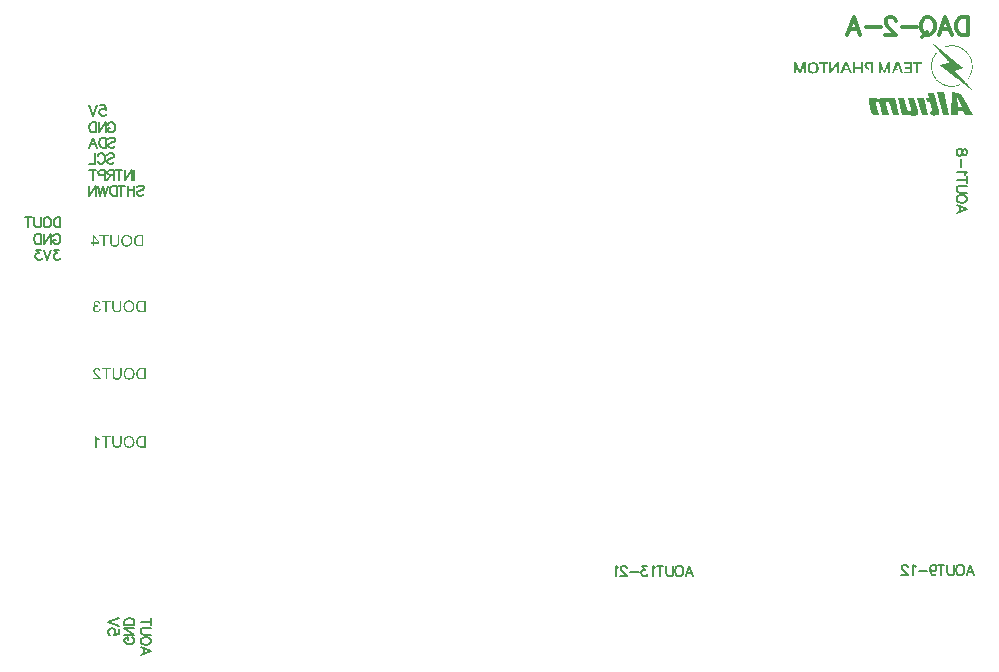
<source format=gbo>
G04*
G04 #@! TF.GenerationSoftware,Altium Limited,Altium Designer,20.2.6 (244)*
G04*
G04 Layer_Color=32896*
%FSLAX25Y25*%
%MOIN*%
G70*
G04*
G04 #@! TF.SameCoordinates,B7C649A0-D185-4167-BDA9-E368864AB92A*
G04*
G04*
G04 #@! TF.FilePolarity,Positive*
G04*
G01*
G75*
%ADD14C,0.00620*%
%ADD15C,0.01181*%
G36*
X282055Y196737D02*
X281370D01*
Y198311D01*
X279533D01*
Y196737D01*
X278862D01*
Y200455D01*
X279533D01*
Y198909D01*
X281370D01*
Y200455D01*
X282055D01*
Y196737D01*
D02*
G37*
G36*
X274036D02*
X273365D01*
Y199492D01*
X271397Y196737D01*
X270726D01*
Y200455D01*
X271382D01*
Y197743D01*
X273336Y200455D01*
X274036D01*
Y196737D01*
D02*
G37*
G36*
X291153Y196737D02*
X290511D01*
Y199332D01*
X289491Y196737D01*
X288908D01*
X287887Y199332D01*
Y196737D01*
X287260D01*
Y200455D01*
X287945D01*
X289185Y197641D01*
X290424Y200455D01*
X291153D01*
Y196737D01*
D02*
G37*
G36*
X262912Y196737D02*
X262270D01*
Y199332D01*
X261249Y196737D01*
X260666D01*
X259660Y199332D01*
Y196737D01*
X259019D01*
Y200455D01*
X259704D01*
X260943Y197641D01*
X262197Y200455D01*
X262912D01*
Y196737D01*
D02*
G37*
G36*
X301607Y199857D02*
X300542D01*
Y196737D01*
X299872D01*
Y199857D01*
X298793D01*
Y200455D01*
X301607D01*
Y199857D01*
D02*
G37*
G36*
X298399Y196737D02*
X295833D01*
Y197335D01*
X297728D01*
Y198311D01*
X295964D01*
Y198924D01*
X297728D01*
Y199857D01*
X295862D01*
Y200455D01*
X298399D01*
Y196737D01*
D02*
G37*
G36*
X295512D02*
X294827D01*
X293588Y199740D01*
X293005Y198341D01*
X293763D01*
X293996Y197743D01*
X292757D01*
X292334Y196737D01*
X291590D01*
X293209Y200455D01*
X293952D01*
X295512Y196737D01*
D02*
G37*
G36*
X285306Y196737D02*
X284621D01*
Y199828D01*
X283688D01*
X283528Y199813D01*
X283426Y199769D01*
X283353Y199726D01*
X283338Y199711D01*
X283265Y199609D01*
X283236Y199507D01*
X283221Y199419D01*
Y199390D01*
Y199376D01*
X283236Y199274D01*
X283265Y199186D01*
X283338Y199040D01*
X283396Y198982D01*
X283426Y198938D01*
X283455Y198924D01*
X283469Y198909D01*
X283571Y198851D01*
X283673Y198793D01*
X283907Y198705D01*
X284009Y198676D01*
X284096Y198647D01*
X284155Y198632D01*
X284169D01*
X284067Y198034D01*
X283790Y198078D01*
X283557Y198151D01*
X283353Y198224D01*
X283192Y198297D01*
X283061Y198370D01*
X282974Y198428D01*
X282915Y198472D01*
X282901Y198486D01*
X282769Y198632D01*
X282667Y198778D01*
X282609Y198938D01*
X282551Y199084D01*
X282522Y199201D01*
X282507Y199317D01*
Y199376D01*
Y199405D01*
X282522Y199594D01*
X282551Y199755D01*
X282594Y199886D01*
X282653Y200003D01*
X282711Y200076D01*
X282755Y200149D01*
X282784Y200178D01*
X282799Y200192D01*
X282915Y200280D01*
X283047Y200338D01*
X283192Y200396D01*
X283324Y200426D01*
X283455Y200440D01*
X283557Y200455D01*
X285306D01*
Y196737D01*
D02*
G37*
G36*
X278396D02*
X277696D01*
X276471Y199740D01*
X275888Y198341D01*
X276631D01*
X276879Y197743D01*
X275640D01*
X275217Y196737D01*
X274473D01*
X276092Y200455D01*
X276835D01*
X278396Y196737D01*
D02*
G37*
G36*
X270333Y199857D02*
X269268D01*
Y196737D01*
X268568D01*
Y199857D01*
X267519D01*
Y200455D01*
X270333D01*
Y199857D01*
D02*
G37*
G36*
X265711Y200455D02*
X266002Y200396D01*
X266236Y200323D01*
X266440Y200236D01*
X266586Y200134D01*
X266702Y200061D01*
X266761Y200003D01*
X266790Y199988D01*
X266950Y199799D01*
X267052Y199580D01*
X267140Y199347D01*
X267198Y199113D01*
X267227Y198909D01*
X267242Y198749D01*
X267256Y198676D01*
Y198632D01*
Y198603D01*
Y198588D01*
X267227Y198253D01*
X267169Y197976D01*
X267081Y197728D01*
X266994Y197539D01*
X266906Y197378D01*
X266833Y197262D01*
X266775Y197203D01*
X266761Y197174D01*
X266557Y197014D01*
X266338Y196912D01*
X266119Y196824D01*
X265900Y196766D01*
X265696Y196737D01*
X265536Y196722D01*
X265478Y196708D01*
X265390D01*
X265069Y196722D01*
X264792Y196781D01*
X264559Y196853D01*
X264370Y196941D01*
X264209Y197028D01*
X264107Y197101D01*
X264034Y197160D01*
X264020Y197174D01*
X263859Y197378D01*
X263743Y197597D01*
X263670Y197830D01*
X263611Y198064D01*
X263582Y198268D01*
X263553Y198443D01*
Y198501D01*
Y198545D01*
Y198574D01*
Y198588D01*
X263568Y198924D01*
X263626Y199201D01*
X263699Y199449D01*
X263786Y199638D01*
X263874Y199799D01*
X263947Y199901D01*
X264005Y199973D01*
X264020Y199988D01*
X264209Y200149D01*
X264428Y200265D01*
X264661Y200353D01*
X264880Y200411D01*
X265084Y200440D01*
X265244Y200469D01*
X265390D01*
X265711Y200455D01*
D02*
G37*
G36*
X312236Y206141D02*
X312615Y206097D01*
X312950Y206039D01*
X313096Y206010D01*
X313227Y205980D01*
X313344Y205951D01*
X313446Y205922D01*
X313533Y205908D01*
X313592Y205893D01*
X313621Y205878D01*
X313635D01*
X314029Y205747D01*
X314393Y205587D01*
X314743Y205426D01*
X315035Y205266D01*
X315166Y205193D01*
X315297Y205120D01*
X315400Y205047D01*
X315487Y205004D01*
X315545Y204945D01*
X315604Y204916D01*
X315633Y204902D01*
X315647Y204887D01*
X315983Y204639D01*
X316303Y204362D01*
X316581Y204100D01*
X316828Y203852D01*
X317018Y203619D01*
X317105Y203531D01*
X317164Y203444D01*
X317222Y203371D01*
X317266Y203327D01*
X317280Y203298D01*
X317295Y203283D01*
X317528Y202919D01*
X317747Y202554D01*
X317907Y202204D01*
X318053Y201884D01*
X318111Y201738D01*
X318170Y201606D01*
X318199Y201490D01*
X318243Y201402D01*
X318272Y201315D01*
X318286Y201257D01*
X318301Y201227D01*
Y201213D01*
X318403Y200805D01*
X318476Y200396D01*
X318534Y200017D01*
X318563Y199682D01*
X318578Y199536D01*
Y199390D01*
X318593Y199274D01*
Y199172D01*
Y199099D01*
Y199026D01*
Y198997D01*
Y198982D01*
X318563Y198559D01*
X318505Y198166D01*
X318432Y197801D01*
X318359Y197466D01*
X318316Y197320D01*
X318286Y197189D01*
X318243Y197072D01*
X318213Y196985D01*
X318184Y196897D01*
X318170Y196839D01*
X318155Y196810D01*
Y196795D01*
X317995Y196401D01*
X317805Y196022D01*
X317616Y195687D01*
X317426Y195395D01*
X317339Y195264D01*
X317266Y195148D01*
X317193Y195045D01*
X317120Y194958D01*
X317076Y194885D01*
X317033Y194841D01*
X317018Y194812D01*
X317003Y194798D01*
Y194812D01*
X316755Y194987D01*
X317003Y195323D01*
X317237Y195658D01*
X317426Y195979D01*
X317572Y196270D01*
X317703Y196518D01*
X317747Y196635D01*
X317791Y196722D01*
X317820Y196795D01*
X317849Y196853D01*
X317863Y196883D01*
Y196897D01*
X317995Y197291D01*
X318082Y197655D01*
X318170Y198020D01*
X318213Y198341D01*
X318243Y198472D01*
X318257Y198603D01*
Y198720D01*
X318272Y198822D01*
X318286Y198895D01*
Y198953D01*
Y198982D01*
Y198997D01*
Y199390D01*
X318257Y199784D01*
X318213Y200134D01*
X318155Y200455D01*
X318126Y200601D01*
X318111Y200732D01*
X318082Y200848D01*
X318053Y200936D01*
X318039Y201023D01*
X318024Y201082D01*
X318009Y201111D01*
Y201125D01*
X317878Y201519D01*
X317718Y201884D01*
X317557Y202219D01*
X317397Y202510D01*
X317324Y202642D01*
X317251Y202758D01*
X317193Y202846D01*
X317134Y202933D01*
X317091Y203006D01*
X317062Y203050D01*
X317033Y203079D01*
Y203094D01*
X316770Y203429D01*
X316508Y203721D01*
X316245Y203998D01*
X315997Y204216D01*
X315793Y204406D01*
X315618Y204537D01*
X315560Y204595D01*
X315516Y204625D01*
X315487Y204654D01*
X315472D01*
X315123Y204872D01*
X314787Y205062D01*
X314466Y205222D01*
X314175Y205353D01*
X313912Y205456D01*
X313810Y205499D01*
X313723Y205528D01*
X313650Y205558D01*
X313592Y205572D01*
X313562Y205587D01*
X313548D01*
X313154Y205689D01*
X312775Y205762D01*
X312425Y205805D01*
X312090Y205835D01*
X311944D01*
X311813Y205849D01*
X311419D01*
X311011Y205820D01*
X310617Y205776D01*
X310253Y205703D01*
X309932Y205616D01*
X309786Y205587D01*
X309655Y205543D01*
X309538Y205514D01*
X309451Y205470D01*
X309363Y205456D01*
X309305Y205426D01*
X309276Y205412D01*
X309261D01*
X309159Y205689D01*
X309567Y205835D01*
X309976Y205951D01*
X310355Y206039D01*
X310690Y206097D01*
X310851Y206112D01*
X310982Y206141D01*
X311113D01*
X311215Y206155D01*
X311288Y206170D01*
X311827D01*
X312236Y206141D01*
D02*
G37*
G36*
X306681Y203604D02*
X306404Y203269D01*
X306170Y202933D01*
X305966Y202612D01*
X305806Y202321D01*
X305675Y202059D01*
X305616Y201956D01*
X305573Y201854D01*
X305543Y201781D01*
X305514Y201723D01*
X305500Y201694D01*
Y201679D01*
X305354Y201286D01*
X305252Y200907D01*
X305164Y200542D01*
X305106Y200221D01*
X305091Y200076D01*
X305062Y199944D01*
Y199828D01*
X305048Y199740D01*
X305033Y199653D01*
Y199594D01*
Y199565D01*
Y199551D01*
Y199143D01*
X305048Y198763D01*
X305091Y198399D01*
X305135Y198064D01*
X305164Y197918D01*
X305193Y197786D01*
X305208Y197670D01*
X305237Y197582D01*
X305252Y197495D01*
X305266Y197437D01*
X305281Y197407D01*
Y197393D01*
X305412Y196999D01*
X305573Y196620D01*
X305733Y196270D01*
X305893Y195964D01*
X305966Y195833D01*
X306039Y195716D01*
X306112Y195614D01*
X306156Y195527D01*
X306214Y195454D01*
X306243Y195410D01*
X306258Y195381D01*
X306272Y195366D01*
X306535Y195016D01*
X306812Y194710D01*
X307074Y194448D01*
X307337Y194214D01*
X307556Y194025D01*
X307643Y193952D01*
X307716Y193894D01*
X307789Y193835D01*
X307833Y193806D01*
X307862Y193792D01*
X307876Y193777D01*
X308226Y193558D01*
X308576Y193369D01*
X308911Y193208D01*
X309218Y193077D01*
X309480Y192975D01*
X309582Y192931D01*
X309684Y192902D01*
X309757Y192873D01*
X309815Y192859D01*
X309844Y192844D01*
X309859D01*
X310253Y192756D01*
X310646Y192683D01*
X311011Y192640D01*
X311332Y192625D01*
X311492Y192611D01*
X312032D01*
X312440Y192654D01*
X312833Y192713D01*
X313212Y192800D01*
X313533Y192888D01*
X313694Y192931D01*
X313825Y192975D01*
X313927Y193019D01*
X314029Y193048D01*
X314117Y193077D01*
X314175Y193106D01*
X314204Y193121D01*
X314218D01*
X314335Y192844D01*
X313869Y192669D01*
X313650Y192596D01*
X313446Y192538D01*
X313271Y192494D01*
X313140Y192465D01*
X313052Y192436D01*
X313023D01*
X312760Y192392D01*
X312527Y192363D01*
X312294Y192334D01*
X312090Y192319D01*
X311915D01*
X311784Y192304D01*
X311667D01*
X311317Y192319D01*
X311157D01*
X311026Y192334D01*
X310909Y192348D01*
X310807D01*
X310749Y192363D01*
X310734D01*
X310399Y192421D01*
X310238Y192450D01*
X310092Y192479D01*
X309976Y192509D01*
X309888Y192538D01*
X309830Y192552D01*
X309815D01*
X309392Y192683D01*
X308999Y192844D01*
X308649Y193004D01*
X308328Y193165D01*
X308197Y193238D01*
X308066Y193310D01*
X307964Y193369D01*
X307876Y193427D01*
X307803Y193485D01*
X307745Y193515D01*
X307716Y193529D01*
X307701Y193544D01*
X307351Y193806D01*
X307031Y194083D01*
X306739Y194360D01*
X306506Y194623D01*
X306302Y194841D01*
X306229Y194943D01*
X306156Y195016D01*
X306112Y195089D01*
X306068Y195133D01*
X306054Y195162D01*
X306039Y195177D01*
X305791Y195541D01*
X305587Y195906D01*
X305398Y196270D01*
X305252Y196591D01*
X305193Y196737D01*
X305150Y196868D01*
X305106Y196985D01*
X305062Y197087D01*
X305033Y197160D01*
X305018Y197232D01*
X305004Y197262D01*
Y197276D01*
X304902Y197699D01*
X304814Y198122D01*
X304771Y198515D01*
X304742Y198865D01*
X304727Y199026D01*
Y199172D01*
Y199303D01*
Y199405D01*
Y199492D01*
Y199551D01*
Y199594D01*
Y199609D01*
X304771Y200046D01*
X304844Y200455D01*
X304917Y200834D01*
X305004Y201169D01*
X305048Y201315D01*
X305091Y201446D01*
X305135Y201563D01*
X305164Y201665D01*
X305193Y201752D01*
X305223Y201811D01*
X305237Y201840D01*
Y201854D01*
X305412Y202248D01*
X305616Y202627D01*
X305806Y202948D01*
X306010Y203239D01*
X306098Y203371D01*
X306185Y203473D01*
X306258Y203575D01*
X306316Y203662D01*
X306375Y203721D01*
X306418Y203764D01*
X306433Y203794D01*
X306447Y203808D01*
X306681Y203604D01*
D02*
G37*
G36*
X305704Y206549D02*
X306170Y206170D01*
X306593Y205820D01*
X306797Y205660D01*
X306987Y205499D01*
X307147Y205368D01*
X307308Y205237D01*
X307439Y205135D01*
X307556Y205033D01*
X307643Y204960D01*
X307716Y204902D01*
X307760Y204872D01*
X307774Y204858D01*
X308241Y204479D01*
X308707Y204100D01*
X309145Y203750D01*
X309334Y203575D01*
X309524Y203429D01*
X309699Y203283D01*
X309859Y203167D01*
X309990Y203050D01*
X310107Y202948D01*
X310194Y202875D01*
X310267Y202817D01*
X310311Y202787D01*
X310326Y202773D01*
X310792Y202394D01*
X311259Y202015D01*
X311696Y201665D01*
X311886Y201504D01*
X312075Y201344D01*
X312250Y201213D01*
X312411Y201082D01*
X312542Y200979D01*
X312659Y200877D01*
X312746Y200805D01*
X312819Y200746D01*
X312863Y200717D01*
X312877Y200703D01*
X313358Y200309D01*
X313810Y199930D01*
X314248Y199580D01*
X314452Y199419D01*
X314641Y199259D01*
X314802Y199113D01*
X314962Y198997D01*
X315108Y198880D01*
X315225Y198778D01*
X315312Y198705D01*
X315385Y198647D01*
X315429Y198618D01*
X315443Y198603D01*
X315181Y198515D01*
X314918Y198428D01*
X314685Y198341D01*
X314481Y198268D01*
X314291Y198209D01*
X314160Y198166D01*
X314073Y198136D01*
X314058Y198122D01*
X314044D01*
X313781Y198034D01*
X313533Y197961D01*
X313300Y197874D01*
X313081Y197801D01*
X312906Y197743D01*
X312760Y197699D01*
X312673Y197670D01*
X312659Y197655D01*
X312644D01*
X312921Y197364D01*
X313183Y197072D01*
X313431Y196795D01*
X313665Y196562D01*
X313839Y196358D01*
X313985Y196197D01*
X314044Y196139D01*
X314087Y196095D01*
X314102Y196081D01*
X314117Y196066D01*
X314393Y195774D01*
X314656Y195483D01*
X314918Y195206D01*
X315137Y194973D01*
X315327Y194769D01*
X315472Y194608D01*
X315531Y194550D01*
X315575Y194506D01*
X315589Y194491D01*
X315604Y194477D01*
X315881Y194185D01*
X316143Y193908D01*
X316391Y193646D01*
X316610Y193412D01*
X316799Y193208D01*
X316930Y193048D01*
X316989Y192990D01*
X317033Y192946D01*
X317047Y192931D01*
X317062Y192917D01*
X317339Y192625D01*
X317601Y192348D01*
X317849Y192086D01*
X318068Y191852D01*
X318257Y191648D01*
X318388Y191488D01*
X318447Y191430D01*
X318491Y191386D01*
X318505Y191371D01*
X318520Y191357D01*
Y191342D01*
Y191328D01*
X318505Y191298D01*
X318491Y191284D01*
X317980Y191663D01*
X317499Y192027D01*
X317033Y192377D01*
X316814Y192538D01*
X316624Y192683D01*
X316435Y192829D01*
X316274Y192946D01*
X316128Y193063D01*
X315997Y193150D01*
X315895Y193223D01*
X315822Y193281D01*
X315779Y193310D01*
X315764Y193325D01*
X315254Y193704D01*
X314758Y194069D01*
X314291Y194419D01*
X314087Y194579D01*
X313883Y194725D01*
X313708Y194870D01*
X313533Y194987D01*
X313387Y195104D01*
X313271Y195191D01*
X313169Y195264D01*
X313096Y195323D01*
X313052Y195352D01*
X313037Y195366D01*
X312527Y195760D01*
X312032Y196124D01*
X311565Y196474D01*
X311346Y196635D01*
X311157Y196795D01*
X310967Y196926D01*
X310807Y197057D01*
X310661Y197160D01*
X310530Y197262D01*
X310428Y197335D01*
X310355Y197393D01*
X310311Y197422D01*
X310297Y197437D01*
X309786Y197830D01*
X309291Y198209D01*
X308824Y198559D01*
X308605Y198720D01*
X308401Y198865D01*
X308212Y199011D01*
X308051Y199128D01*
X307905Y199244D01*
X307774Y199332D01*
X307672Y199405D01*
X307599Y199463D01*
X307556Y199492D01*
X307541Y199507D01*
X307862Y199594D01*
X308168Y199682D01*
X308459Y199755D01*
X308722Y199828D01*
X308941Y199872D01*
X309028Y199901D01*
X309101Y199915D01*
X309159Y199944D01*
X309203D01*
X309232Y199959D01*
X309247D01*
X309567Y200046D01*
X309874Y200134D01*
X310151Y200207D01*
X310413Y200280D01*
X310632Y200338D01*
X310719Y200367D01*
X310792Y200382D01*
X310851Y200396D01*
X310894Y200411D01*
X310923Y200426D01*
X310938D01*
X310661Y200732D01*
X310399Y201009D01*
X310165Y201286D01*
X309947Y201534D01*
X309757Y201738D01*
X309611Y201898D01*
X309567Y201956D01*
X309524Y202000D01*
X309509Y202015D01*
X309495Y202029D01*
X309218Y202336D01*
X308955Y202627D01*
X308722Y202904D01*
X308503Y203152D01*
X308314Y203356D01*
X308168Y203517D01*
X308124Y203575D01*
X308080Y203619D01*
X308066Y203633D01*
X308051Y203648D01*
X307789Y203954D01*
X307526Y204231D01*
X307278Y204508D01*
X307074Y204756D01*
X306885Y204960D01*
X306739Y205120D01*
X306695Y205179D01*
X306651Y205222D01*
X306637Y205237D01*
X306622Y205252D01*
X306360Y205558D01*
X306098Y205835D01*
X305864Y206112D01*
X305645Y206345D01*
X305470Y206549D01*
X305325Y206710D01*
X305281Y206768D01*
X305237Y206811D01*
X305223Y206826D01*
X305208Y206841D01*
Y206870D01*
X305223Y206884D01*
Y206914D01*
X305237Y206928D01*
X305704Y206549D01*
D02*
G37*
G36*
X288878Y188695D02*
X288937Y188688D01*
X289002D01*
X289075Y188673D01*
X289243Y188651D01*
X289418Y188608D01*
X289600Y188557D01*
X289775Y188484D01*
X289782D01*
X289797Y188476D01*
X289819Y188462D01*
X289855Y188447D01*
X289892Y188425D01*
X289935Y188396D01*
X290045Y188323D01*
X290169Y188236D01*
X290307Y188126D01*
X290439Y187995D01*
X290570Y187842D01*
X290592D01*
X290424Y188542D01*
X292596D01*
X294040Y182768D01*
X291889D01*
X290927Y186581D01*
Y186588D01*
X290920Y186595D01*
X290912Y186639D01*
X290891Y186697D01*
X290861Y186770D01*
X290825Y186858D01*
X290774Y186938D01*
X290716Y187018D01*
X290643Y187091D01*
X290635Y187099D01*
X290606Y187120D01*
X290563Y187142D01*
X290504Y187179D01*
X290431Y187208D01*
X290344Y187230D01*
X290242Y187252D01*
X290132Y187259D01*
X290081D01*
X290030Y187252D01*
X289965Y187237D01*
X289892Y187215D01*
X289819Y187186D01*
X289761Y187150D01*
X289709Y187091D01*
X289702Y187084D01*
X289695Y187062D01*
X289680Y187018D01*
X289666Y186967D01*
X289658Y186894D01*
Y186800D01*
X289673Y186697D01*
X289702Y186574D01*
X290650Y182768D01*
X288499Y182768D01*
X287544Y186581D01*
Y186588D01*
X287537Y186595D01*
X287530Y186639D01*
X287508Y186697D01*
X287472Y186770D01*
X287435Y186858D01*
X287384Y186938D01*
X287326Y187018D01*
X287253Y187091D01*
X287245Y187099D01*
X287216Y187120D01*
X287173Y187142D01*
X287107Y187179D01*
X287034Y187208D01*
X286939Y187230D01*
X286837Y187252D01*
X286721Y187259D01*
X286670D01*
X286619Y187252D01*
X286553Y187237D01*
X286480Y187215D01*
X286415Y187186D01*
X286349Y187150D01*
X286305Y187091D01*
X286298Y187084D01*
X286291Y187062D01*
X286276Y187018D01*
X286261Y186967D01*
X286254Y186894D01*
Y186807D01*
X286261Y186705D01*
X286291Y186581D01*
X287245Y182768D01*
X286240D01*
X286203Y182775D01*
X286159D01*
X286108Y182783D01*
X285984Y182805D01*
X285846Y182841D01*
X285685Y182892D01*
X285525Y182965D01*
X285365Y183067D01*
X285357Y183074D01*
X285343Y183082D01*
X285328Y183096D01*
X285299Y183118D01*
X285226Y183184D01*
X285139Y183271D01*
X285044Y183381D01*
X284957Y183512D01*
X284884Y183658D01*
X284825Y183818D01*
X283994Y187120D01*
Y187128D01*
X283987Y187142D01*
Y187164D01*
X283980Y187200D01*
X283965Y187281D01*
X283943Y187390D01*
X283929Y187514D01*
X283921Y187638D01*
Y187769D01*
X283936Y187893D01*
Y187900D01*
Y187908D01*
X283943Y187944D01*
X283965Y188002D01*
X283987Y188075D01*
X284016Y188148D01*
X284060Y188228D01*
X284118Y188309D01*
X284184Y188382D01*
X284191Y188389D01*
X284220Y188411D01*
X284271Y188440D01*
X284330Y188476D01*
X284402Y188513D01*
X284497Y188557D01*
X284592Y188593D01*
X284701Y188622D01*
X284716Y188629D01*
X284752Y188637D01*
X284811Y188651D01*
X284891Y188666D01*
X284993Y188680D01*
X285109Y188688D01*
X285233Y188702D01*
X285467D01*
X285532Y188695D01*
X285613Y188688D01*
X285700Y188680D01*
X285882Y188651D01*
X285890D01*
X285926Y188644D01*
X285977Y188629D01*
X286035Y188615D01*
X286116Y188593D01*
X286196Y188564D01*
X286378Y188498D01*
X286393Y188491D01*
X286422Y188484D01*
X286473Y188462D01*
X286538Y188433D01*
X286611Y188389D01*
X286691Y188345D01*
X286779Y188294D01*
X286866Y188228D01*
X286874Y188221D01*
X286903Y188199D01*
X286947Y188163D01*
X287005Y188112D01*
X287071Y188046D01*
X287136Y187973D01*
X287209Y187893D01*
X287282Y187806D01*
Y187813D01*
X287289Y187842D01*
X287304Y187886D01*
X287318Y187937D01*
X287340Y188002D01*
X287369Y188068D01*
X287435Y188199D01*
X287442Y188207D01*
X287450Y188228D01*
X287472Y188258D01*
X287501Y188301D01*
X287537Y188345D01*
X287588Y188389D01*
X287639Y188440D01*
X287698Y188484D01*
X287705Y188491D01*
X287727Y188498D01*
X287763Y188520D01*
X287814Y188542D01*
X287880Y188571D01*
X287953Y188600D01*
X288033Y188622D01*
X288128Y188644D01*
X288142D01*
X288171Y188651D01*
X288222Y188666D01*
X288295Y188673D01*
X288383Y188688D01*
X288485Y188695D01*
X288601Y188702D01*
X288827D01*
X288878Y188695D01*
D02*
G37*
G36*
X300295Y184168D02*
Y184161D01*
X300302Y184146D01*
Y184124D01*
X300309Y184095D01*
X300324Y184008D01*
X300346Y183905D01*
X300360Y183782D01*
X300367Y183658D01*
Y183534D01*
X300353Y183410D01*
Y183395D01*
X300338Y183359D01*
X300324Y183308D01*
X300295Y183235D01*
X300258Y183162D01*
X300214Y183089D01*
X300149Y183016D01*
X300076Y182950D01*
X300069Y182943D01*
X300040Y182921D01*
X299996Y182892D01*
X299945Y182856D01*
X299872Y182812D01*
X299792Y182768D01*
X299697Y182732D01*
X299595Y182695D01*
X299580D01*
X299544Y182681D01*
X299485Y182674D01*
X299405Y182659D01*
X299310Y182644D01*
X299194Y182630D01*
X299070Y182622D01*
X298829D01*
X298786Y182630D01*
X298720Y182637D01*
X298654D01*
X298582Y182652D01*
X298421Y182674D01*
X298246Y182710D01*
X298071Y182761D01*
X297896Y182834D01*
X297889D01*
X297874Y182841D01*
X297852Y182856D01*
X297816Y182870D01*
X297780Y182892D01*
X297736Y182921D01*
X297626Y182987D01*
X297503Y183074D01*
X297371Y183184D01*
X297240Y183308D01*
X297109Y183454D01*
X297080D01*
X297247Y182761D01*
X295104D01*
X293661Y188542D01*
X295811D01*
X296774Y184722D01*
Y184715D01*
X296781Y184707D01*
X296788Y184664D01*
X296810Y184605D01*
X296839Y184532D01*
X296883Y184445D01*
X296934Y184357D01*
X296992Y184277D01*
X297065Y184204D01*
X297072Y184197D01*
X297102Y184175D01*
X297145Y184146D01*
X297204Y184117D01*
X297277Y184088D01*
X297364Y184059D01*
X297466Y184037D01*
X297583Y184029D01*
X297634D01*
X297685Y184037D01*
X297743Y184051D01*
X297816Y184073D01*
X297882Y184102D01*
X297940Y184146D01*
X297991Y184204D01*
X297998Y184212D01*
X298006Y184241D01*
X298020Y184277D01*
X298027Y184336D01*
X298042Y184408D01*
Y184496D01*
X298027Y184598D01*
X298006Y184722D01*
X297051Y188542D01*
X299201D01*
X300295Y184168D01*
D02*
G37*
G36*
X312899Y190379D02*
X312979D01*
X313081Y190364D01*
X313198Y190350D01*
X313329Y190328D01*
X313468Y190299D01*
X313606Y190262D01*
X313614D01*
X313621Y190255D01*
X313643Y190248D01*
X313665Y190241D01*
X313737Y190219D01*
X313825Y190182D01*
X313934Y190138D01*
X314051Y190080D01*
X314167Y190022D01*
X314291Y189949D01*
X314306Y189942D01*
X314342Y189912D01*
X314401Y189869D01*
X314481Y189818D01*
X314568Y189745D01*
X314663Y189665D01*
X314765Y189577D01*
X314867Y189475D01*
X314882Y189460D01*
X314911Y189431D01*
X314955Y189373D01*
X315020Y189300D01*
X315086Y189213D01*
X315166Y189103D01*
X315246Y188994D01*
X315319Y188870D01*
X318593Y182761D01*
X316114Y182768D01*
X315531Y184088D01*
X313679D01*
X313752Y182761D01*
X311266D01*
X311550Y190386D01*
X312870D01*
X312899Y190379D01*
D02*
G37*
G36*
X310814Y182761D02*
X308656D01*
X306746Y190386D01*
X308897D01*
X310814Y182761D01*
D02*
G37*
G36*
X303779D02*
X301629D01*
X300178Y188542D01*
X302336D01*
X303779Y182761D01*
D02*
G37*
G36*
X307278Y184161D02*
Y184153D01*
X307286Y184139D01*
Y184117D01*
X307293Y184080D01*
X307315Y184000D01*
X307330Y183891D01*
X307351Y183767D01*
X307366Y183643D01*
X307373Y183512D01*
X307366Y183395D01*
Y183381D01*
X307359Y183344D01*
X307344Y183293D01*
X307322Y183228D01*
X307293Y183162D01*
X307249Y183089D01*
X307198Y183023D01*
X307133Y182965D01*
X307125Y182958D01*
X307096Y182943D01*
X307060Y182921D01*
X307001Y182892D01*
X306928Y182863D01*
X306841Y182826D01*
X306739Y182797D01*
X306622Y182768D01*
X306608D01*
X306564Y182761D01*
X306491Y182746D01*
X306396Y182739D01*
X306272Y182724D01*
X306134Y182717D01*
X305974Y182710D01*
X305616D01*
X305529Y182717D01*
X305317D01*
X305208Y182724D01*
X305157D01*
X305091Y182732D01*
X305011D01*
X304917Y182739D01*
X304814Y182746D01*
X304698Y182754D01*
X304574Y182761D01*
X304253Y184044D01*
X304705D01*
X304763Y184051D01*
X304829Y184066D01*
X304895Y184080D01*
X304946Y184110D01*
X304997Y184146D01*
X305004Y184153D01*
X305011Y184168D01*
X305026Y184197D01*
X305040Y184233D01*
X305055Y184284D01*
Y184343D01*
Y184416D01*
X305040Y184496D01*
X304355Y187244D01*
X303451D01*
X303130Y188542D01*
X304034D01*
X303568Y190306D01*
X305726D01*
X307278Y184161D01*
D02*
G37*
G36*
X34156Y140676D02*
Y140565D01*
X34150Y140459D01*
X34145Y140359D01*
X34134Y140265D01*
X34123Y140182D01*
X34112Y140104D01*
X34095Y140032D01*
X34084Y139965D01*
X34073Y139904D01*
X34056Y139854D01*
X34045Y139810D01*
X34034Y139777D01*
X34023Y139749D01*
X34017Y139727D01*
X34012Y139716D01*
Y139710D01*
X33951Y139588D01*
X33873Y139477D01*
X33795Y139388D01*
X33712Y139310D01*
X33640Y139249D01*
X33579Y139205D01*
X33557Y139194D01*
X33540Y139183D01*
X33529Y139172D01*
X33523D01*
X33385Y139111D01*
X33240Y139066D01*
X33090Y139033D01*
X32952Y139011D01*
X32891Y139005D01*
X32830Y139000D01*
X32774Y138994D01*
X32730D01*
X32691Y138988D01*
X32641D01*
X32441Y139000D01*
X32352Y139011D01*
X32269Y139022D01*
X32186Y139039D01*
X32114Y139055D01*
X32047Y139072D01*
X31986Y139094D01*
X31931Y139116D01*
X31886Y139133D01*
X31842Y139149D01*
X31808Y139166D01*
X31781Y139183D01*
X31764Y139188D01*
X31753Y139199D01*
X31747D01*
X31625Y139283D01*
X31525Y139377D01*
X31448Y139466D01*
X31381Y139555D01*
X31331Y139632D01*
X31298Y139693D01*
X31287Y139716D01*
X31276Y139732D01*
X31270Y139743D01*
Y139749D01*
X31248Y139815D01*
X31226Y139888D01*
X31192Y140038D01*
X31170Y140193D01*
X31154Y140343D01*
X31148Y140409D01*
X31142Y140476D01*
Y140531D01*
X31137Y140581D01*
Y140620D01*
Y140648D01*
Y140670D01*
Y140676D01*
Y142896D01*
X31647D01*
Y140676D01*
Y140548D01*
X31659Y140426D01*
X31670Y140321D01*
X31686Y140221D01*
X31703Y140132D01*
X31725Y140049D01*
X31742Y139976D01*
X31764Y139915D01*
X31786Y139865D01*
X31808Y139815D01*
X31831Y139782D01*
X31847Y139749D01*
X31864Y139727D01*
X31875Y139710D01*
X31881Y139705D01*
X31886Y139699D01*
X31936Y139655D01*
X31991Y139616D01*
X32114Y139555D01*
X32241Y139510D01*
X32375Y139482D01*
X32497Y139460D01*
X32546Y139455D01*
X32596D01*
X32630Y139449D01*
X32685D01*
X32802Y139455D01*
X32907Y139471D01*
X33007Y139488D01*
X33085Y139516D01*
X33152Y139538D01*
X33201Y139555D01*
X33229Y139571D01*
X33240Y139577D01*
X33318Y139627D01*
X33385Y139688D01*
X33440Y139749D01*
X33479Y139804D01*
X33512Y139860D01*
X33540Y139899D01*
X33551Y139927D01*
X33557Y139938D01*
X33573Y139988D01*
X33584Y140038D01*
X33607Y140154D01*
X33623Y140276D01*
X33634Y140398D01*
X33640Y140504D01*
Y140554D01*
X33645Y140593D01*
Y140626D01*
Y140654D01*
Y140670D01*
Y140676D01*
Y142896D01*
X34156D01*
Y140676D01*
D02*
G37*
G36*
X42209Y139055D02*
X40827D01*
X40699Y139061D01*
X40583Y139066D01*
X40477Y139077D01*
X40389Y139088D01*
X40311Y139100D01*
X40255Y139105D01*
X40239Y139111D01*
X40222Y139116D01*
X40211D01*
X40111Y139144D01*
X40022Y139177D01*
X39945Y139205D01*
X39878Y139238D01*
X39823Y139266D01*
X39784Y139288D01*
X39761Y139305D01*
X39750Y139310D01*
X39678Y139360D01*
X39617Y139421D01*
X39556Y139477D01*
X39506Y139532D01*
X39462Y139582D01*
X39428Y139621D01*
X39406Y139649D01*
X39401Y139660D01*
X39345Y139749D01*
X39290Y139843D01*
X39245Y139932D01*
X39212Y140021D01*
X39179Y140099D01*
X39157Y140160D01*
X39151Y140182D01*
X39145Y140198D01*
X39140Y140209D01*
Y140215D01*
X39107Y140348D01*
X39079Y140481D01*
X39062Y140609D01*
X39046Y140731D01*
X39040Y140837D01*
Y140881D01*
X39035Y140920D01*
Y140948D01*
Y140975D01*
Y140987D01*
Y140992D01*
X39040Y141181D01*
X39057Y141353D01*
X39084Y141508D01*
X39096Y141580D01*
X39112Y141641D01*
X39129Y141702D01*
X39140Y141752D01*
X39151Y141797D01*
X39168Y141836D01*
X39173Y141869D01*
X39184Y141891D01*
X39190Y141902D01*
Y141908D01*
X39251Y142052D01*
X39323Y142180D01*
X39401Y142291D01*
X39473Y142385D01*
X39540Y142463D01*
X39595Y142518D01*
X39617Y142535D01*
X39634Y142552D01*
X39639Y142557D01*
X39645Y142563D01*
X39734Y142635D01*
X39828Y142690D01*
X39922Y142740D01*
X40011Y142779D01*
X40089Y142807D01*
X40150Y142824D01*
X40172Y142835D01*
X40189D01*
X40200Y142840D01*
X40205D01*
X40300Y142857D01*
X40411Y142874D01*
X40522Y142885D01*
X40633Y142890D01*
X40733Y142896D01*
X42209D01*
Y139055D01*
D02*
G37*
G36*
X30576Y142441D02*
X29311D01*
Y139055D01*
X28800D01*
Y142441D01*
X27535D01*
Y142896D01*
X30576D01*
Y142441D01*
D02*
G37*
G36*
X27363Y140409D02*
Y139976D01*
X25692D01*
Y139055D01*
X25221D01*
Y139976D01*
X24699D01*
Y140409D01*
X25221D01*
Y142896D01*
X25604D01*
X27363Y140409D01*
D02*
G37*
G36*
X36803Y142957D02*
X36942Y142940D01*
X37075Y142912D01*
X37203Y142879D01*
X37319Y142835D01*
X37431Y142790D01*
X37530Y142740D01*
X37619Y142690D01*
X37703Y142640D01*
X37775Y142590D01*
X37836Y142546D01*
X37886Y142502D01*
X37925Y142468D01*
X37958Y142441D01*
X37974Y142424D01*
X37980Y142418D01*
X38069Y142313D01*
X38146Y142202D01*
X38219Y142080D01*
X38274Y141958D01*
X38324Y141830D01*
X38368Y141708D01*
X38402Y141586D01*
X38424Y141469D01*
X38446Y141358D01*
X38463Y141253D01*
X38474Y141159D01*
X38485Y141081D01*
Y141014D01*
X38491Y140964D01*
Y140931D01*
Y140926D01*
Y140920D01*
X38480Y140731D01*
X38457Y140559D01*
X38424Y140393D01*
X38402Y140321D01*
X38380Y140248D01*
X38363Y140187D01*
X38341Y140132D01*
X38324Y140082D01*
X38307Y140038D01*
X38296Y140004D01*
X38285Y139982D01*
X38274Y139965D01*
Y139960D01*
X38180Y139799D01*
X38080Y139660D01*
X37969Y139538D01*
X37863Y139438D01*
X37769Y139355D01*
X37730Y139321D01*
X37697Y139299D01*
X37664Y139277D01*
X37641Y139260D01*
X37630Y139255D01*
X37625Y139249D01*
X37541Y139205D01*
X37458Y139166D01*
X37292Y139100D01*
X37131Y139055D01*
X36981Y139022D01*
X36909Y139011D01*
X36848Y139005D01*
X36792Y138994D01*
X36742D01*
X36709Y138988D01*
X36654D01*
X36470Y139000D01*
X36298Y139027D01*
X36137Y139061D01*
X36065Y139083D01*
X35999Y139105D01*
X35938Y139127D01*
X35882Y139149D01*
X35838Y139166D01*
X35799Y139183D01*
X35765Y139199D01*
X35738Y139210D01*
X35727Y139222D01*
X35721D01*
X35566Y139321D01*
X35432Y139433D01*
X35322Y139549D01*
X35227Y139660D01*
X35149Y139766D01*
X35122Y139804D01*
X35100Y139843D01*
X35077Y139876D01*
X35066Y139899D01*
X35055Y139915D01*
Y139921D01*
X35011Y140010D01*
X34977Y140099D01*
X34916Y140276D01*
X34872Y140454D01*
X34844Y140615D01*
X34839Y140687D01*
X34828Y140753D01*
X34822Y140814D01*
Y140864D01*
X34817Y140909D01*
Y140937D01*
Y140959D01*
Y140964D01*
X34828Y141175D01*
X34850Y141369D01*
X34866Y141458D01*
X34889Y141547D01*
X34911Y141625D01*
X34927Y141697D01*
X34950Y141763D01*
X34972Y141825D01*
X34988Y141875D01*
X35011Y141919D01*
X35022Y141952D01*
X35033Y141974D01*
X35044Y141991D01*
Y141997D01*
X35133Y142158D01*
X35238Y142302D01*
X35349Y142424D01*
X35449Y142524D01*
X35544Y142602D01*
X35588Y142635D01*
X35621Y142663D01*
X35655Y142679D01*
X35677Y142696D01*
X35688Y142701D01*
X35693Y142707D01*
X35777Y142751D01*
X35860Y142790D01*
X36021Y142857D01*
X36187Y142901D01*
X36332Y142929D01*
X36398Y142940D01*
X36465Y142951D01*
X36515Y142957D01*
X36565D01*
X36604Y142962D01*
X36654D01*
X36803Y142957D01*
D02*
G37*
G36*
X26863Y121011D02*
X27013Y120984D01*
X27141Y120939D01*
X27252Y120895D01*
X27302Y120867D01*
X27341Y120845D01*
X27380Y120823D01*
X27407Y120801D01*
X27429Y120784D01*
X27446Y120773D01*
X27457Y120767D01*
X27463Y120762D01*
X27568Y120656D01*
X27651Y120540D01*
X27718Y120418D01*
X27773Y120296D01*
X27807Y120190D01*
X27823Y120146D01*
X27835Y120107D01*
X27840Y120074D01*
X27846Y120051D01*
X27851Y120035D01*
Y120029D01*
X27380Y119946D01*
X27357Y120068D01*
X27324Y120174D01*
X27285Y120262D01*
X27246Y120334D01*
X27207Y120390D01*
X27174Y120429D01*
X27152Y120457D01*
X27146Y120462D01*
X27074Y120518D01*
X26996Y120562D01*
X26924Y120590D01*
X26852Y120612D01*
X26786Y120623D01*
X26736Y120634D01*
X26691D01*
X26591Y120628D01*
X26503Y120606D01*
X26425Y120579D01*
X26358Y120551D01*
X26308Y120518D01*
X26270Y120490D01*
X26242Y120468D01*
X26236Y120462D01*
X26175Y120396D01*
X26131Y120323D01*
X26103Y120251D01*
X26081Y120185D01*
X26070Y120124D01*
X26059Y120079D01*
Y120046D01*
Y120040D01*
Y120035D01*
Y119974D01*
X26070Y119918D01*
X26097Y119824D01*
X26136Y119741D01*
X26181Y119668D01*
X26225Y119618D01*
X26264Y119580D01*
X26292Y119557D01*
X26297Y119552D01*
X26303D01*
X26397Y119502D01*
X26486Y119463D01*
X26580Y119435D01*
X26664Y119419D01*
X26736Y119407D01*
X26797Y119396D01*
X26869D01*
X26891Y119402D01*
X26919D01*
X26974Y118986D01*
X26902Y119002D01*
X26836Y119014D01*
X26780Y119025D01*
X26730Y119030D01*
X26691Y119036D01*
X26641D01*
X26525Y119025D01*
X26419Y119002D01*
X26325Y118969D01*
X26247Y118930D01*
X26186Y118891D01*
X26142Y118858D01*
X26114Y118836D01*
X26103Y118825D01*
X26031Y118742D01*
X25975Y118653D01*
X25936Y118564D01*
X25914Y118475D01*
X25898Y118403D01*
X25892Y118342D01*
X25886Y118320D01*
Y118303D01*
Y118292D01*
Y118286D01*
X25898Y118164D01*
X25925Y118053D01*
X25959Y117959D01*
X26003Y117876D01*
X26048Y117809D01*
X26081Y117759D01*
X26109Y117726D01*
X26120Y117715D01*
X26208Y117637D01*
X26303Y117582D01*
X26397Y117543D01*
X26486Y117515D01*
X26564Y117498D01*
X26625Y117493D01*
X26647Y117487D01*
X26680D01*
X26780Y117493D01*
X26874Y117515D01*
X26958Y117543D01*
X27024Y117576D01*
X27080Y117604D01*
X27124Y117631D01*
X27146Y117654D01*
X27158Y117659D01*
X27224Y117737D01*
X27280Y117826D01*
X27329Y117920D01*
X27368Y118020D01*
X27396Y118103D01*
X27407Y118142D01*
X27413Y118175D01*
X27418Y118203D01*
X27424Y118225D01*
X27429Y118236D01*
Y118242D01*
X27901Y118181D01*
X27890Y118092D01*
X27873Y118009D01*
X27823Y117853D01*
X27762Y117720D01*
X27729Y117665D01*
X27696Y117609D01*
X27663Y117559D01*
X27629Y117521D01*
X27602Y117482D01*
X27574Y117454D01*
X27557Y117432D01*
X27540Y117415D01*
X27529Y117404D01*
X27524Y117399D01*
X27457Y117349D01*
X27391Y117299D01*
X27324Y117260D01*
X27252Y117226D01*
X27113Y117171D01*
X26980Y117138D01*
X26919Y117127D01*
X26863Y117115D01*
X26813Y117110D01*
X26769Y117104D01*
X26736Y117099D01*
X26686D01*
X26580Y117104D01*
X26486Y117115D01*
X26392Y117132D01*
X26303Y117154D01*
X26219Y117182D01*
X26147Y117210D01*
X26075Y117243D01*
X26014Y117276D01*
X25953Y117304D01*
X25903Y117337D01*
X25859Y117365D01*
X25826Y117393D01*
X25798Y117415D01*
X25776Y117432D01*
X25764Y117443D01*
X25759Y117448D01*
X25692Y117515D01*
X25637Y117587D01*
X25587Y117659D01*
X25542Y117731D01*
X25509Y117798D01*
X25476Y117870D01*
X25431Y118003D01*
X25420Y118064D01*
X25409Y118120D01*
X25398Y118170D01*
X25393Y118214D01*
X25387Y118248D01*
Y118275D01*
Y118292D01*
Y118298D01*
X25393Y118431D01*
X25415Y118553D01*
X25448Y118658D01*
X25481Y118747D01*
X25515Y118819D01*
X25548Y118875D01*
X25570Y118908D01*
X25576Y118919D01*
X25653Y119002D01*
X25737Y119074D01*
X25826Y119130D01*
X25914Y119175D01*
X25992Y119208D01*
X26053Y119230D01*
X26075Y119236D01*
X26092Y119241D01*
X26103Y119247D01*
X26109D01*
X26014Y119297D01*
X25936Y119346D01*
X25870Y119402D01*
X25814Y119452D01*
X25770Y119496D01*
X25737Y119535D01*
X25720Y119557D01*
X25714Y119569D01*
X25670Y119646D01*
X25637Y119724D01*
X25609Y119802D01*
X25592Y119874D01*
X25581Y119935D01*
X25576Y119979D01*
Y120012D01*
Y120024D01*
X25581Y120118D01*
X25598Y120212D01*
X25620Y120296D01*
X25648Y120368D01*
X25676Y120429D01*
X25698Y120479D01*
X25714Y120506D01*
X25720Y120518D01*
X25776Y120601D01*
X25842Y120673D01*
X25909Y120734D01*
X25975Y120790D01*
X26031Y120828D01*
X26081Y120862D01*
X26114Y120878D01*
X26120Y120884D01*
X26125D01*
X26225Y120928D01*
X26325Y120962D01*
X26425Y120989D01*
X26514Y121006D01*
X26586Y121017D01*
X26647Y121023D01*
X26786D01*
X26863Y121011D01*
D02*
G37*
G36*
X34861Y118786D02*
Y118675D01*
X34855Y118570D01*
X34850Y118470D01*
X34839Y118375D01*
X34828Y118292D01*
X34817Y118214D01*
X34800Y118142D01*
X34789Y118076D01*
X34778Y118015D01*
X34761Y117965D01*
X34750Y117920D01*
X34739Y117887D01*
X34728Y117859D01*
X34722Y117837D01*
X34717Y117826D01*
Y117820D01*
X34655Y117698D01*
X34578Y117587D01*
X34500Y117498D01*
X34417Y117421D01*
X34345Y117360D01*
X34284Y117315D01*
X34262Y117304D01*
X34245Y117293D01*
X34234Y117282D01*
X34228D01*
X34089Y117221D01*
X33945Y117176D01*
X33795Y117143D01*
X33656Y117121D01*
X33595Y117115D01*
X33534Y117110D01*
X33479Y117104D01*
X33435D01*
X33396Y117099D01*
X33346D01*
X33146Y117110D01*
X33057Y117121D01*
X32974Y117132D01*
X32891Y117149D01*
X32818Y117165D01*
X32752Y117182D01*
X32691Y117204D01*
X32635Y117226D01*
X32591Y117243D01*
X32546Y117260D01*
X32513Y117276D01*
X32485Y117293D01*
X32469Y117299D01*
X32458Y117310D01*
X32452D01*
X32330Y117393D01*
X32230Y117487D01*
X32153Y117576D01*
X32086Y117665D01*
X32036Y117743D01*
X32003Y117804D01*
X31991Y117826D01*
X31980Y117842D01*
X31975Y117853D01*
Y117859D01*
X31953Y117926D01*
X31931Y117998D01*
X31897Y118148D01*
X31875Y118303D01*
X31858Y118453D01*
X31853Y118520D01*
X31847Y118586D01*
Y118642D01*
X31842Y118692D01*
Y118730D01*
Y118758D01*
Y118780D01*
Y118786D01*
Y121006D01*
X32352D01*
Y118786D01*
Y118658D01*
X32363Y118536D01*
X32375Y118431D01*
X32391Y118331D01*
X32408Y118242D01*
X32430Y118159D01*
X32447Y118087D01*
X32469Y118026D01*
X32491Y117976D01*
X32513Y117926D01*
X32535Y117892D01*
X32552Y117859D01*
X32569Y117837D01*
X32580Y117820D01*
X32585Y117815D01*
X32591Y117809D01*
X32641Y117765D01*
X32696Y117726D01*
X32818Y117665D01*
X32946Y117621D01*
X33079Y117593D01*
X33201Y117570D01*
X33251Y117565D01*
X33301D01*
X33335Y117559D01*
X33390D01*
X33507Y117565D01*
X33612Y117582D01*
X33712Y117598D01*
X33790Y117626D01*
X33856Y117648D01*
X33906Y117665D01*
X33934Y117682D01*
X33945Y117687D01*
X34023Y117737D01*
X34089Y117798D01*
X34145Y117859D01*
X34184Y117915D01*
X34217Y117970D01*
X34245Y118009D01*
X34256Y118037D01*
X34262Y118048D01*
X34278Y118098D01*
X34289Y118148D01*
X34311Y118264D01*
X34328Y118386D01*
X34339Y118508D01*
X34345Y118614D01*
Y118664D01*
X34350Y118703D01*
Y118736D01*
Y118764D01*
Y118780D01*
Y118786D01*
Y121006D01*
X34861D01*
Y118786D01*
D02*
G37*
G36*
X42914Y117165D02*
X41532D01*
X41404Y117171D01*
X41288Y117176D01*
X41182Y117188D01*
X41094Y117199D01*
X41016Y117210D01*
X40960Y117215D01*
X40944Y117221D01*
X40927Y117226D01*
X40916D01*
X40816Y117254D01*
X40727Y117287D01*
X40650Y117315D01*
X40583Y117349D01*
X40527Y117376D01*
X40489Y117399D01*
X40466Y117415D01*
X40455Y117421D01*
X40383Y117471D01*
X40322Y117532D01*
X40261Y117587D01*
X40211Y117643D01*
X40167Y117693D01*
X40133Y117731D01*
X40111Y117759D01*
X40106Y117770D01*
X40050Y117859D01*
X39995Y117953D01*
X39950Y118042D01*
X39917Y118131D01*
X39884Y118209D01*
X39861Y118270D01*
X39856Y118292D01*
X39850Y118309D01*
X39845Y118320D01*
Y118325D01*
X39812Y118458D01*
X39784Y118592D01*
X39767Y118719D01*
X39750Y118842D01*
X39745Y118947D01*
Y118991D01*
X39739Y119030D01*
Y119058D01*
Y119086D01*
Y119097D01*
Y119102D01*
X39745Y119291D01*
X39761Y119463D01*
X39789Y119618D01*
X39800Y119691D01*
X39817Y119752D01*
X39834Y119813D01*
X39845Y119863D01*
X39856Y119907D01*
X39873Y119946D01*
X39878Y119979D01*
X39889Y120001D01*
X39895Y120012D01*
Y120018D01*
X39956Y120162D01*
X40028Y120290D01*
X40106Y120401D01*
X40178Y120495D01*
X40244Y120573D01*
X40300Y120628D01*
X40322Y120645D01*
X40339Y120662D01*
X40344Y120667D01*
X40350Y120673D01*
X40439Y120745D01*
X40533Y120801D01*
X40627Y120851D01*
X40716Y120889D01*
X40794Y120917D01*
X40855Y120934D01*
X40877Y120945D01*
X40894D01*
X40905Y120950D01*
X40910D01*
X41005Y120967D01*
X41116Y120984D01*
X41227Y120995D01*
X41338Y121000D01*
X41438Y121006D01*
X42914D01*
Y117165D01*
D02*
G37*
G36*
X31281Y120551D02*
X30016D01*
Y117165D01*
X29505D01*
Y120551D01*
X28240D01*
Y121006D01*
X31281D01*
Y120551D01*
D02*
G37*
G36*
X37508Y121067D02*
X37647Y121050D01*
X37780Y121023D01*
X37908Y120989D01*
X38024Y120945D01*
X38135Y120900D01*
X38235Y120851D01*
X38324Y120801D01*
X38407Y120751D01*
X38480Y120701D01*
X38541Y120656D01*
X38590Y120612D01*
X38629Y120579D01*
X38663Y120551D01*
X38679Y120534D01*
X38685Y120529D01*
X38774Y120423D01*
X38851Y120312D01*
X38923Y120190D01*
X38979Y120068D01*
X39029Y119940D01*
X39073Y119818D01*
X39107Y119696D01*
X39129Y119580D01*
X39151Y119469D01*
X39168Y119363D01*
X39179Y119269D01*
X39190Y119191D01*
Y119124D01*
X39195Y119074D01*
Y119041D01*
Y119036D01*
Y119030D01*
X39184Y118842D01*
X39162Y118669D01*
X39129Y118503D01*
X39107Y118431D01*
X39084Y118359D01*
X39068Y118298D01*
X39046Y118242D01*
X39029Y118192D01*
X39012Y118148D01*
X39001Y118114D01*
X38990Y118092D01*
X38979Y118076D01*
Y118070D01*
X38885Y117909D01*
X38785Y117770D01*
X38674Y117648D01*
X38568Y117548D01*
X38474Y117465D01*
X38435Y117432D01*
X38402Y117410D01*
X38368Y117387D01*
X38346Y117371D01*
X38335Y117365D01*
X38330Y117360D01*
X38246Y117315D01*
X38163Y117276D01*
X37997Y117210D01*
X37836Y117165D01*
X37686Y117132D01*
X37614Y117121D01*
X37553Y117115D01*
X37497Y117104D01*
X37447D01*
X37414Y117099D01*
X37358D01*
X37175Y117110D01*
X37003Y117138D01*
X36842Y117171D01*
X36770Y117193D01*
X36704Y117215D01*
X36642Y117237D01*
X36587Y117260D01*
X36542Y117276D01*
X36504Y117293D01*
X36470Y117310D01*
X36443Y117321D01*
X36432Y117332D01*
X36426D01*
X36271Y117432D01*
X36137Y117543D01*
X36026Y117659D01*
X35932Y117770D01*
X35854Y117876D01*
X35827Y117915D01*
X35804Y117953D01*
X35782Y117987D01*
X35771Y118009D01*
X35760Y118026D01*
Y118031D01*
X35716Y118120D01*
X35682Y118209D01*
X35621Y118386D01*
X35577Y118564D01*
X35549Y118725D01*
X35544Y118797D01*
X35532Y118864D01*
X35527Y118925D01*
Y118975D01*
X35521Y119019D01*
Y119047D01*
Y119069D01*
Y119074D01*
X35532Y119285D01*
X35555Y119480D01*
X35571Y119569D01*
X35594Y119657D01*
X35616Y119735D01*
X35632Y119807D01*
X35655Y119874D01*
X35677Y119935D01*
X35693Y119985D01*
X35716Y120029D01*
X35727Y120062D01*
X35738Y120085D01*
X35749Y120101D01*
Y120107D01*
X35838Y120268D01*
X35943Y120412D01*
X36054Y120534D01*
X36154Y120634D01*
X36248Y120712D01*
X36293Y120745D01*
X36326Y120773D01*
X36359Y120790D01*
X36382Y120806D01*
X36393Y120812D01*
X36398Y120817D01*
X36481Y120862D01*
X36565Y120900D01*
X36726Y120967D01*
X36892Y121011D01*
X37036Y121039D01*
X37103Y121050D01*
X37170Y121061D01*
X37220Y121067D01*
X37270D01*
X37308Y121073D01*
X37358D01*
X37508Y121067D01*
D02*
G37*
G36*
X26774Y98576D02*
X26869Y98571D01*
X26958Y98554D01*
X27041Y98537D01*
X27119Y98515D01*
X27191Y98493D01*
X27257Y98465D01*
X27318Y98437D01*
X27374Y98410D01*
X27418Y98382D01*
X27457Y98360D01*
X27490Y98338D01*
X27518Y98321D01*
X27535Y98304D01*
X27546Y98299D01*
X27551Y98293D01*
X27607Y98238D01*
X27657Y98176D01*
X27707Y98110D01*
X27746Y98043D01*
X27812Y97910D01*
X27857Y97777D01*
X27873Y97716D01*
X27890Y97655D01*
X27901Y97605D01*
X27912Y97561D01*
X27918Y97522D01*
Y97494D01*
X27923Y97477D01*
Y97472D01*
X27441Y97422D01*
X27429Y97549D01*
X27407Y97660D01*
X27374Y97760D01*
X27335Y97838D01*
X27302Y97905D01*
X27268Y97949D01*
X27246Y97977D01*
X27235Y97988D01*
X27152Y98054D01*
X27063Y98104D01*
X26969Y98143D01*
X26886Y98165D01*
X26808Y98182D01*
X26741Y98188D01*
X26719Y98193D01*
X26686D01*
X26569Y98188D01*
X26464Y98165D01*
X26375Y98132D01*
X26297Y98099D01*
X26236Y98060D01*
X26197Y98032D01*
X26170Y98010D01*
X26158Y97999D01*
X26092Y97921D01*
X26042Y97843D01*
X26003Y97766D01*
X25981Y97688D01*
X25964Y97627D01*
X25959Y97572D01*
X25953Y97538D01*
Y97533D01*
Y97527D01*
X25964Y97427D01*
X25986Y97322D01*
X26025Y97228D01*
X26064Y97139D01*
X26109Y97066D01*
X26147Y97005D01*
X26158Y96983D01*
X26170Y96967D01*
X26181Y96961D01*
Y96956D01*
X26225Y96895D01*
X26281Y96833D01*
X26342Y96767D01*
X26408Y96700D01*
X26547Y96567D01*
X26686Y96434D01*
X26758Y96373D01*
X26819Y96317D01*
X26880Y96267D01*
X26930Y96223D01*
X26969Y96190D01*
X27002Y96162D01*
X27024Y96145D01*
X27030Y96140D01*
X27169Y96023D01*
X27296Y95912D01*
X27402Y95812D01*
X27485Y95729D01*
X27557Y95657D01*
X27607Y95607D01*
X27635Y95574D01*
X27646Y95568D01*
Y95562D01*
X27724Y95468D01*
X27785Y95379D01*
X27840Y95290D01*
X27885Y95213D01*
X27918Y95146D01*
X27940Y95096D01*
X27951Y95063D01*
X27957Y95057D01*
Y95052D01*
X27979Y94991D01*
X27990Y94935D01*
X28001Y94880D01*
X28007Y94830D01*
X28012Y94785D01*
Y94752D01*
Y94730D01*
Y94724D01*
X25465D01*
Y95179D01*
X27357D01*
X27291Y95274D01*
X27257Y95313D01*
X27230Y95352D01*
X27202Y95385D01*
X27180Y95407D01*
X27163Y95424D01*
X27158Y95429D01*
X27130Y95457D01*
X27096Y95485D01*
X27019Y95557D01*
X26930Y95640D01*
X26836Y95723D01*
X26747Y95796D01*
X26708Y95829D01*
X26675Y95862D01*
X26647Y95884D01*
X26625Y95901D01*
X26614Y95912D01*
X26608Y95918D01*
X26519Y95995D01*
X26430Y96068D01*
X26353Y96140D01*
X26281Y96201D01*
X26214Y96262D01*
X26158Y96317D01*
X26103Y96367D01*
X26059Y96412D01*
X26014Y96456D01*
X25981Y96489D01*
X25953Y96517D01*
X25925Y96545D01*
X25898Y96578D01*
X25886Y96589D01*
X25809Y96684D01*
X25742Y96767D01*
X25687Y96850D01*
X25642Y96917D01*
X25609Y96978D01*
X25587Y97022D01*
X25576Y97050D01*
X25570Y97061D01*
X25537Y97144D01*
X25515Y97228D01*
X25493Y97305D01*
X25481Y97372D01*
X25476Y97433D01*
X25470Y97477D01*
Y97505D01*
Y97516D01*
X25476Y97599D01*
X25487Y97677D01*
X25498Y97755D01*
X25520Y97821D01*
X25576Y97954D01*
X25631Y98060D01*
X25664Y98110D01*
X25692Y98149D01*
X25720Y98188D01*
X25748Y98215D01*
X25770Y98238D01*
X25781Y98260D01*
X25792Y98265D01*
X25798Y98271D01*
X25859Y98326D01*
X25925Y98376D01*
X25997Y98415D01*
X26070Y98448D01*
X26214Y98504D01*
X26358Y98543D01*
X26419Y98554D01*
X26480Y98565D01*
X26536Y98571D01*
X26580Y98576D01*
X26619Y98582D01*
X26675D01*
X26774Y98576D01*
D02*
G37*
G36*
X34900Y96345D02*
Y96234D01*
X34894Y96129D01*
X34889Y96029D01*
X34877Y95934D01*
X34866Y95851D01*
X34855Y95773D01*
X34839Y95701D01*
X34828Y95635D01*
X34817Y95574D01*
X34800Y95524D01*
X34789Y95479D01*
X34778Y95446D01*
X34767Y95418D01*
X34761Y95396D01*
X34755Y95385D01*
Y95379D01*
X34694Y95257D01*
X34617Y95146D01*
X34539Y95057D01*
X34456Y94980D01*
X34384Y94919D01*
X34323Y94874D01*
X34300Y94863D01*
X34284Y94852D01*
X34273Y94841D01*
X34267D01*
X34128Y94780D01*
X33984Y94735D01*
X33834Y94702D01*
X33695Y94680D01*
X33634Y94674D01*
X33573Y94669D01*
X33518Y94663D01*
X33473D01*
X33435Y94658D01*
X33385D01*
X33185Y94669D01*
X33096Y94680D01*
X33013Y94691D01*
X32930Y94708D01*
X32857Y94724D01*
X32791Y94741D01*
X32730Y94763D01*
X32674Y94785D01*
X32630Y94802D01*
X32585Y94819D01*
X32552Y94835D01*
X32524Y94852D01*
X32508Y94858D01*
X32497Y94869D01*
X32491D01*
X32369Y94952D01*
X32269Y95046D01*
X32191Y95135D01*
X32125Y95224D01*
X32075Y95302D01*
X32041Y95363D01*
X32030Y95385D01*
X32019Y95402D01*
X32014Y95413D01*
Y95418D01*
X31991Y95485D01*
X31969Y95557D01*
X31936Y95707D01*
X31914Y95862D01*
X31897Y96012D01*
X31892Y96079D01*
X31886Y96145D01*
Y96201D01*
X31881Y96251D01*
Y96289D01*
Y96317D01*
Y96339D01*
Y96345D01*
Y98565D01*
X32391D01*
Y96345D01*
Y96217D01*
X32402Y96095D01*
X32413Y95990D01*
X32430Y95890D01*
X32447Y95801D01*
X32469Y95718D01*
X32485Y95646D01*
X32508Y95585D01*
X32530Y95535D01*
X32552Y95485D01*
X32574Y95451D01*
X32591Y95418D01*
X32608Y95396D01*
X32619Y95379D01*
X32624Y95374D01*
X32630Y95368D01*
X32680Y95324D01*
X32735Y95285D01*
X32857Y95224D01*
X32985Y95179D01*
X33118Y95152D01*
X33240Y95130D01*
X33290Y95124D01*
X33340D01*
X33373Y95118D01*
X33429D01*
X33546Y95124D01*
X33651Y95141D01*
X33751Y95157D01*
X33829Y95185D01*
X33895Y95207D01*
X33945Y95224D01*
X33973Y95241D01*
X33984Y95246D01*
X34062Y95296D01*
X34128Y95357D01*
X34184Y95418D01*
X34223Y95474D01*
X34256Y95529D01*
X34284Y95568D01*
X34295Y95596D01*
X34300Y95607D01*
X34317Y95657D01*
X34328Y95707D01*
X34350Y95823D01*
X34367Y95945D01*
X34378Y96068D01*
X34384Y96173D01*
Y96223D01*
X34389Y96262D01*
Y96295D01*
Y96323D01*
Y96339D01*
Y96345D01*
Y98565D01*
X34900D01*
Y96345D01*
D02*
G37*
G36*
X42953Y94724D02*
X41571D01*
X41443Y94730D01*
X41327Y94735D01*
X41221Y94747D01*
X41132Y94758D01*
X41055Y94769D01*
X40999Y94774D01*
X40982Y94780D01*
X40966Y94785D01*
X40955D01*
X40855Y94813D01*
X40766Y94846D01*
X40688Y94874D01*
X40622Y94908D01*
X40566Y94935D01*
X40527Y94958D01*
X40505Y94974D01*
X40494Y94980D01*
X40422Y95030D01*
X40361Y95091D01*
X40300Y95146D01*
X40250Y95202D01*
X40205Y95252D01*
X40172Y95290D01*
X40150Y95318D01*
X40145Y95329D01*
X40089Y95418D01*
X40034Y95512D01*
X39989Y95601D01*
X39956Y95690D01*
X39922Y95768D01*
X39900Y95829D01*
X39895Y95851D01*
X39889Y95868D01*
X39884Y95879D01*
Y95884D01*
X39850Y96018D01*
X39823Y96151D01*
X39806Y96278D01*
X39789Y96400D01*
X39784Y96506D01*
Y96550D01*
X39778Y96589D01*
Y96617D01*
Y96645D01*
Y96656D01*
Y96661D01*
X39784Y96850D01*
X39800Y97022D01*
X39828Y97177D01*
X39839Y97250D01*
X39856Y97311D01*
X39873Y97372D01*
X39884Y97422D01*
X39895Y97466D01*
X39911Y97505D01*
X39917Y97538D01*
X39928Y97561D01*
X39934Y97572D01*
Y97577D01*
X39995Y97721D01*
X40067Y97849D01*
X40145Y97960D01*
X40217Y98054D01*
X40283Y98132D01*
X40339Y98188D01*
X40361Y98204D01*
X40378Y98221D01*
X40383Y98226D01*
X40389Y98232D01*
X40477Y98304D01*
X40572Y98360D01*
X40666Y98410D01*
X40755Y98448D01*
X40833Y98476D01*
X40894Y98493D01*
X40916Y98504D01*
X40933D01*
X40944Y98510D01*
X40949D01*
X41044Y98526D01*
X41155Y98543D01*
X41266Y98554D01*
X41377Y98559D01*
X41477Y98565D01*
X42953D01*
Y94724D01*
D02*
G37*
G36*
X31320Y98110D02*
X30055D01*
Y94724D01*
X29544D01*
Y98110D01*
X28279D01*
Y98565D01*
X31320D01*
Y98110D01*
D02*
G37*
G36*
X37547Y98626D02*
X37686Y98609D01*
X37819Y98582D01*
X37947Y98548D01*
X38063Y98504D01*
X38174Y98460D01*
X38274Y98410D01*
X38363Y98360D01*
X38446Y98310D01*
X38518Y98260D01*
X38579Y98215D01*
X38629Y98171D01*
X38668Y98138D01*
X38702Y98110D01*
X38718Y98093D01*
X38724Y98088D01*
X38813Y97982D01*
X38890Y97871D01*
X38962Y97749D01*
X39018Y97627D01*
X39068Y97499D01*
X39112Y97377D01*
X39145Y97255D01*
X39168Y97139D01*
X39190Y97028D01*
X39206Y96922D01*
X39218Y96828D01*
X39229Y96750D01*
Y96684D01*
X39234Y96634D01*
Y96600D01*
Y96595D01*
Y96589D01*
X39223Y96400D01*
X39201Y96228D01*
X39168Y96062D01*
X39145Y95990D01*
X39123Y95918D01*
X39107Y95857D01*
X39084Y95801D01*
X39068Y95751D01*
X39051Y95707D01*
X39040Y95674D01*
X39029Y95651D01*
X39018Y95635D01*
Y95629D01*
X38923Y95468D01*
X38824Y95329D01*
X38713Y95207D01*
X38607Y95107D01*
X38513Y95024D01*
X38474Y94991D01*
X38441Y94969D01*
X38407Y94946D01*
X38385Y94930D01*
X38374Y94924D01*
X38368Y94919D01*
X38285Y94874D01*
X38202Y94835D01*
X38036Y94769D01*
X37874Y94724D01*
X37725Y94691D01*
X37653Y94680D01*
X37591Y94674D01*
X37536Y94663D01*
X37486D01*
X37453Y94658D01*
X37397D01*
X37214Y94669D01*
X37042Y94697D01*
X36881Y94730D01*
X36809Y94752D01*
X36742Y94774D01*
X36681Y94797D01*
X36626Y94819D01*
X36581Y94835D01*
X36542Y94852D01*
X36509Y94869D01*
X36481Y94880D01*
X36470Y94891D01*
X36465D01*
X36309Y94991D01*
X36176Y95102D01*
X36065Y95218D01*
X35971Y95329D01*
X35893Y95435D01*
X35865Y95474D01*
X35843Y95512D01*
X35821Y95546D01*
X35810Y95568D01*
X35799Y95585D01*
Y95590D01*
X35754Y95679D01*
X35721Y95768D01*
X35660Y95945D01*
X35616Y96123D01*
X35588Y96284D01*
X35582Y96356D01*
X35571Y96423D01*
X35566Y96484D01*
Y96534D01*
X35560Y96578D01*
Y96606D01*
Y96628D01*
Y96634D01*
X35571Y96845D01*
X35594Y97039D01*
X35610Y97128D01*
X35632Y97216D01*
X35655Y97294D01*
X35671Y97366D01*
X35693Y97433D01*
X35716Y97494D01*
X35732Y97544D01*
X35754Y97588D01*
X35765Y97622D01*
X35777Y97644D01*
X35788Y97660D01*
Y97666D01*
X35877Y97827D01*
X35982Y97971D01*
X36093Y98093D01*
X36193Y98193D01*
X36287Y98271D01*
X36332Y98304D01*
X36365Y98332D01*
X36398Y98349D01*
X36420Y98365D01*
X36432Y98371D01*
X36437Y98376D01*
X36520Y98421D01*
X36604Y98460D01*
X36764Y98526D01*
X36931Y98571D01*
X37075Y98598D01*
X37142Y98609D01*
X37209Y98620D01*
X37258Y98626D01*
X37308D01*
X37347Y98632D01*
X37397D01*
X37547Y98626D01*
D02*
G37*
G36*
X26514Y75771D02*
X26575Y75682D01*
X26647Y75593D01*
X26713Y75516D01*
X26780Y75449D01*
X26830Y75393D01*
X26852Y75377D01*
X26869Y75360D01*
X26874Y75354D01*
X26880Y75349D01*
X26996Y75255D01*
X27113Y75166D01*
X27224Y75088D01*
X27335Y75027D01*
X27429Y74972D01*
X27468Y74949D01*
X27502Y74933D01*
X27529Y74916D01*
X27551Y74910D01*
X27563Y74899D01*
X27568D01*
Y74444D01*
X27485Y74478D01*
X27402Y74516D01*
X27318Y74555D01*
X27241Y74594D01*
X27174Y74628D01*
X27119Y74655D01*
X27085Y74677D01*
X27080Y74683D01*
X27074D01*
X26974Y74744D01*
X26886Y74805D01*
X26808Y74861D01*
X26747Y74910D01*
X26691Y74949D01*
X26658Y74983D01*
X26630Y75005D01*
X26625Y75010D01*
Y72008D01*
X26153D01*
Y75865D01*
X26458D01*
X26514Y75771D01*
D02*
G37*
G36*
X34883Y73628D02*
Y73518D01*
X34877Y73412D01*
X34872Y73312D01*
X34861Y73218D01*
X34850Y73134D01*
X34839Y73057D01*
X34822Y72985D01*
X34811Y72918D01*
X34800Y72857D01*
X34783Y72807D01*
X34772Y72763D01*
X34761Y72729D01*
X34750Y72702D01*
X34744Y72679D01*
X34739Y72668D01*
Y72663D01*
X34678Y72541D01*
X34600Y72430D01*
X34522Y72341D01*
X34439Y72263D01*
X34367Y72202D01*
X34306Y72158D01*
X34284Y72147D01*
X34267Y72136D01*
X34256Y72124D01*
X34250D01*
X34112Y72063D01*
X33967Y72019D01*
X33817Y71986D01*
X33679Y71964D01*
X33618Y71958D01*
X33557Y71952D01*
X33501Y71947D01*
X33457D01*
X33418Y71941D01*
X33368D01*
X33168Y71952D01*
X33079Y71964D01*
X32996Y71975D01*
X32913Y71991D01*
X32841Y72008D01*
X32774Y72025D01*
X32713Y72047D01*
X32658Y72069D01*
X32613Y72086D01*
X32569Y72102D01*
X32535Y72119D01*
X32508Y72136D01*
X32491Y72141D01*
X32480Y72152D01*
X32474D01*
X32352Y72235D01*
X32252Y72330D01*
X32175Y72419D01*
X32108Y72507D01*
X32058Y72585D01*
X32025Y72646D01*
X32014Y72668D01*
X32003Y72685D01*
X31997Y72696D01*
Y72702D01*
X31975Y72768D01*
X31953Y72840D01*
X31919Y72990D01*
X31897Y73146D01*
X31881Y73295D01*
X31875Y73362D01*
X31869Y73429D01*
Y73484D01*
X31864Y73534D01*
Y73573D01*
Y73601D01*
Y73623D01*
Y73628D01*
Y75849D01*
X32375D01*
Y73628D01*
Y73501D01*
X32386Y73379D01*
X32397Y73273D01*
X32413Y73173D01*
X32430Y73085D01*
X32452Y73001D01*
X32469Y72929D01*
X32491Y72868D01*
X32513Y72818D01*
X32535Y72768D01*
X32558Y72735D01*
X32574Y72702D01*
X32591Y72679D01*
X32602Y72663D01*
X32608Y72657D01*
X32613Y72652D01*
X32663Y72607D01*
X32719Y72568D01*
X32841Y72507D01*
X32968Y72463D01*
X33101Y72435D01*
X33224Y72413D01*
X33274Y72408D01*
X33323D01*
X33357Y72402D01*
X33412D01*
X33529Y72408D01*
X33634Y72424D01*
X33734Y72441D01*
X33812Y72469D01*
X33878Y72491D01*
X33928Y72507D01*
X33956Y72524D01*
X33967Y72530D01*
X34045Y72579D01*
X34112Y72641D01*
X34167Y72702D01*
X34206Y72757D01*
X34239Y72813D01*
X34267Y72852D01*
X34278Y72879D01*
X34284Y72890D01*
X34300Y72940D01*
X34311Y72990D01*
X34334Y73107D01*
X34350Y73229D01*
X34361Y73351D01*
X34367Y73456D01*
Y73506D01*
X34372Y73545D01*
Y73579D01*
Y73606D01*
Y73623D01*
Y73628D01*
Y75849D01*
X34883D01*
Y73628D01*
D02*
G37*
G36*
X42936Y72008D02*
X41554D01*
X41427Y72013D01*
X41310Y72019D01*
X41205Y72030D01*
X41116Y72041D01*
X41038Y72052D01*
X40982Y72058D01*
X40966Y72063D01*
X40949Y72069D01*
X40938D01*
X40838Y72097D01*
X40749Y72130D01*
X40672Y72158D01*
X40605Y72191D01*
X40550Y72219D01*
X40511Y72241D01*
X40489Y72258D01*
X40477Y72263D01*
X40405Y72313D01*
X40344Y72374D01*
X40283Y72430D01*
X40233Y72485D01*
X40189Y72535D01*
X40156Y72574D01*
X40133Y72602D01*
X40128Y72613D01*
X40072Y72702D01*
X40017Y72796D01*
X39972Y72885D01*
X39939Y72974D01*
X39906Y73051D01*
X39884Y73112D01*
X39878Y73134D01*
X39873Y73151D01*
X39867Y73162D01*
Y73168D01*
X39834Y73301D01*
X39806Y73434D01*
X39789Y73562D01*
X39773Y73684D01*
X39767Y73789D01*
Y73834D01*
X39761Y73873D01*
Y73900D01*
Y73928D01*
Y73939D01*
Y73945D01*
X39767Y74133D01*
X39784Y74306D01*
X39812Y74461D01*
X39823Y74533D01*
X39839Y74594D01*
X39856Y74655D01*
X39867Y74705D01*
X39878Y74750D01*
X39895Y74788D01*
X39900Y74822D01*
X39911Y74844D01*
X39917Y74855D01*
Y74861D01*
X39978Y75005D01*
X40050Y75133D01*
X40128Y75244D01*
X40200Y75338D01*
X40267Y75416D01*
X40322Y75471D01*
X40344Y75488D01*
X40361Y75504D01*
X40367Y75510D01*
X40372Y75516D01*
X40461Y75588D01*
X40555Y75643D01*
X40650Y75693D01*
X40738Y75732D01*
X40816Y75760D01*
X40877Y75776D01*
X40899Y75787D01*
X40916D01*
X40927Y75793D01*
X40933D01*
X41027Y75810D01*
X41138Y75826D01*
X41249Y75837D01*
X41360Y75843D01*
X41460Y75849D01*
X42936D01*
Y72008D01*
D02*
G37*
G36*
X31303Y75393D02*
X30038D01*
Y72008D01*
X29527D01*
Y75393D01*
X28262D01*
Y75849D01*
X31303D01*
Y75393D01*
D02*
G37*
G36*
X37530Y75910D02*
X37669Y75893D01*
X37802Y75865D01*
X37930Y75832D01*
X38047Y75787D01*
X38158Y75743D01*
X38258Y75693D01*
X38346Y75643D01*
X38429Y75593D01*
X38502Y75543D01*
X38563Y75499D01*
X38613Y75454D01*
X38651Y75421D01*
X38685Y75393D01*
X38702Y75377D01*
X38707Y75371D01*
X38796Y75266D01*
X38873Y75155D01*
X38946Y75033D01*
X39001Y74910D01*
X39051Y74783D01*
X39096Y74661D01*
X39129Y74539D01*
X39151Y74422D01*
X39173Y74311D01*
X39190Y74206D01*
X39201Y74111D01*
X39212Y74034D01*
Y73967D01*
X39218Y73917D01*
Y73884D01*
Y73878D01*
Y73873D01*
X39206Y73684D01*
X39184Y73512D01*
X39151Y73345D01*
X39129Y73273D01*
X39107Y73201D01*
X39090Y73140D01*
X39068Y73085D01*
X39051Y73035D01*
X39035Y72990D01*
X39023Y72957D01*
X39012Y72935D01*
X39001Y72918D01*
Y72913D01*
X38907Y72752D01*
X38807Y72613D01*
X38696Y72491D01*
X38590Y72391D01*
X38496Y72308D01*
X38457Y72274D01*
X38424Y72252D01*
X38391Y72230D01*
X38368Y72213D01*
X38357Y72208D01*
X38352Y72202D01*
X38269Y72158D01*
X38185Y72119D01*
X38019Y72052D01*
X37858Y72008D01*
X37708Y71975D01*
X37636Y71964D01*
X37575Y71958D01*
X37519Y71947D01*
X37469D01*
X37436Y71941D01*
X37381D01*
X37197Y71952D01*
X37025Y71980D01*
X36864Y72013D01*
X36792Y72036D01*
X36726Y72058D01*
X36665Y72080D01*
X36609Y72102D01*
X36565Y72119D01*
X36526Y72136D01*
X36493Y72152D01*
X36465Y72163D01*
X36454Y72174D01*
X36448D01*
X36293Y72274D01*
X36160Y72385D01*
X36049Y72502D01*
X35954Y72613D01*
X35877Y72718D01*
X35849Y72757D01*
X35827Y72796D01*
X35804Y72829D01*
X35793Y72852D01*
X35782Y72868D01*
Y72874D01*
X35738Y72962D01*
X35704Y73051D01*
X35643Y73229D01*
X35599Y73406D01*
X35571Y73567D01*
X35566Y73640D01*
X35555Y73706D01*
X35549Y73767D01*
Y73817D01*
X35544Y73862D01*
Y73889D01*
Y73911D01*
Y73917D01*
X35555Y74128D01*
X35577Y74322D01*
X35594Y74411D01*
X35616Y74500D01*
X35638Y74577D01*
X35655Y74650D01*
X35677Y74716D01*
X35699Y74777D01*
X35716Y74827D01*
X35738Y74872D01*
X35749Y74905D01*
X35760Y74927D01*
X35771Y74944D01*
Y74949D01*
X35860Y75110D01*
X35965Y75255D01*
X36076Y75377D01*
X36176Y75477D01*
X36271Y75554D01*
X36315Y75588D01*
X36348Y75615D01*
X36382Y75632D01*
X36404Y75649D01*
X36415Y75654D01*
X36420Y75660D01*
X36504Y75704D01*
X36587Y75743D01*
X36748Y75810D01*
X36914Y75854D01*
X37059Y75882D01*
X37125Y75893D01*
X37192Y75904D01*
X37242Y75910D01*
X37292D01*
X37331Y75915D01*
X37381D01*
X37530Y75910D01*
D02*
G37*
%LPC*%
G36*
X265492Y199886D02*
X265390D01*
X265201Y199872D01*
X265026Y199828D01*
X264880Y199784D01*
X264763Y199726D01*
X264676Y199653D01*
X264617Y199609D01*
X264574Y199565D01*
X264559Y199551D01*
X264457Y199419D01*
X264384Y199274D01*
X264340Y199113D01*
X264297Y198953D01*
X264282Y198822D01*
X264267Y198705D01*
Y198632D01*
Y198618D01*
Y198603D01*
X264282Y198384D01*
X264311Y198180D01*
X264355Y198020D01*
X264413Y197889D01*
X264472Y197772D01*
X264515Y197699D01*
X264545Y197655D01*
X264559Y197641D01*
X264676Y197539D01*
X264807Y197451D01*
X264938Y197393D01*
X265084Y197364D01*
X265201Y197335D01*
X265303Y197320D01*
X265390D01*
X265594Y197335D01*
X265769Y197364D01*
X265930Y197422D01*
X266046Y197480D01*
X266148Y197539D01*
X266207Y197597D01*
X266250Y197626D01*
X266265Y197641D01*
X266352Y197772D01*
X266425Y197932D01*
X266469Y198093D01*
X266513Y198239D01*
X266527Y198384D01*
X266542Y198501D01*
Y198574D01*
Y198603D01*
X266527Y198822D01*
X266498Y199011D01*
X266454Y199172D01*
X266396Y199317D01*
X266352Y199419D01*
X266309Y199492D01*
X266280Y199536D01*
X266265Y199551D01*
X266148Y199667D01*
X266002Y199740D01*
X265857Y199799D01*
X265711Y199842D01*
X265594Y199872D01*
X265492Y199886D01*
D02*
G37*
G36*
X313417Y188724D02*
X313599Y185546D01*
X314889D01*
X313417Y188724D01*
D02*
G37*
G36*
X41699Y142441D02*
X40810D01*
X40738Y142435D01*
X40666D01*
X40600Y142429D01*
X40489Y142413D01*
X40400Y142402D01*
X40328Y142385D01*
X40278Y142368D01*
X40250Y142363D01*
X40239Y142357D01*
X40139Y142307D01*
X40045Y142246D01*
X39961Y142174D01*
X39889Y142102D01*
X39834Y142035D01*
X39789Y141980D01*
X39778Y141958D01*
X39767Y141941D01*
X39756Y141930D01*
Y141925D01*
X39723Y141863D01*
X39689Y141791D01*
X39639Y141647D01*
X39606Y141492D01*
X39578Y141342D01*
X39573Y141275D01*
X39567Y141209D01*
X39562Y141153D01*
Y141103D01*
X39556Y141059D01*
Y141031D01*
Y141009D01*
Y141003D01*
X39562Y140848D01*
X39573Y140703D01*
X39590Y140576D01*
X39606Y140465D01*
X39617Y140420D01*
X39628Y140382D01*
X39639Y140343D01*
X39645Y140315D01*
X39650Y140293D01*
X39656Y140276D01*
X39662Y140265D01*
Y140260D01*
X39700Y140154D01*
X39745Y140060D01*
X39795Y139976D01*
X39839Y139904D01*
X39878Y139849D01*
X39911Y139810D01*
X39934Y139788D01*
X39939Y139777D01*
X39995Y139732D01*
X40050Y139693D01*
X40106Y139660D01*
X40161Y139627D01*
X40211Y139605D01*
X40250Y139588D01*
X40278Y139582D01*
X40289Y139577D01*
X40372Y139555D01*
X40472Y139538D01*
X40572Y139527D01*
X40666Y139521D01*
X40749Y139516D01*
X40788Y139510D01*
X41699D01*
Y142441D01*
D02*
G37*
G36*
X25692Y142130D02*
Y140409D01*
X26902D01*
X25692Y142130D01*
D02*
G37*
G36*
X36704Y142524D02*
X36654D01*
X36515Y142518D01*
X36382Y142496D01*
X36265Y142463D01*
X36165Y142429D01*
X36082Y142391D01*
X36049Y142374D01*
X36021Y142363D01*
X35993Y142346D01*
X35976Y142341D01*
X35971Y142330D01*
X35965D01*
X35860Y142252D01*
X35765Y142163D01*
X35682Y142074D01*
X35616Y141985D01*
X35566Y141908D01*
X35527Y141841D01*
X35516Y141819D01*
X35505Y141802D01*
X35499Y141791D01*
Y141786D01*
X35444Y141653D01*
X35405Y141508D01*
X35377Y141375D01*
X35360Y141247D01*
X35349Y141186D01*
X35344Y141136D01*
Y141086D01*
X35338Y141048D01*
Y141014D01*
Y140992D01*
Y140975D01*
Y140970D01*
X35344Y140837D01*
X35355Y140709D01*
X35372Y140587D01*
X35394Y140476D01*
X35427Y140376D01*
X35455Y140282D01*
X35488Y140193D01*
X35521Y140115D01*
X35560Y140049D01*
X35594Y139988D01*
X35621Y139938D01*
X35649Y139899D01*
X35677Y139865D01*
X35693Y139838D01*
X35704Y139827D01*
X35710Y139821D01*
X35782Y139749D01*
X35860Y139688D01*
X35938Y139638D01*
X36015Y139588D01*
X36093Y139549D01*
X36176Y139521D01*
X36248Y139494D01*
X36326Y139471D01*
X36393Y139455D01*
X36459Y139444D01*
X36515Y139433D01*
X36565Y139427D01*
X36604D01*
X36631Y139421D01*
X36659D01*
X36764Y139427D01*
X36864Y139438D01*
X36953Y139460D01*
X37042Y139482D01*
X37125Y139516D01*
X37203Y139549D01*
X37275Y139582D01*
X37342Y139621D01*
X37397Y139660D01*
X37447Y139693D01*
X37492Y139727D01*
X37530Y139760D01*
X37558Y139782D01*
X37580Y139804D01*
X37591Y139815D01*
X37597Y139821D01*
X37664Y139899D01*
X37719Y139982D01*
X37769Y140071D01*
X37813Y140160D01*
X37847Y140254D01*
X37880Y140343D01*
X37925Y140520D01*
X37936Y140598D01*
X37947Y140676D01*
X37958Y140742D01*
X37963Y140798D01*
X37969Y140848D01*
Y140887D01*
Y140909D01*
Y140914D01*
X37963Y141070D01*
X37952Y141214D01*
X37936Y141353D01*
X37908Y141475D01*
X37880Y141586D01*
X37847Y141686D01*
X37808Y141780D01*
X37775Y141858D01*
X37736Y141930D01*
X37703Y141991D01*
X37669Y142041D01*
X37641Y142080D01*
X37614Y142113D01*
X37597Y142135D01*
X37586Y142147D01*
X37580Y142152D01*
X37508Y142219D01*
X37431Y142274D01*
X37353Y142324D01*
X37270Y142368D01*
X37192Y142402D01*
X37114Y142435D01*
X36970Y142480D01*
X36903Y142491D01*
X36842Y142502D01*
X36792Y142513D01*
X36742Y142518D01*
X36704Y142524D01*
D02*
G37*
G36*
X42403Y120551D02*
X41515D01*
X41443Y120545D01*
X41371D01*
X41304Y120540D01*
X41193Y120523D01*
X41105Y120512D01*
X41032Y120495D01*
X40982Y120479D01*
X40955Y120473D01*
X40944Y120468D01*
X40844Y120418D01*
X40749Y120357D01*
X40666Y120284D01*
X40594Y120212D01*
X40538Y120146D01*
X40494Y120090D01*
X40483Y120068D01*
X40472Y120051D01*
X40461Y120040D01*
Y120035D01*
X40428Y119974D01*
X40394Y119902D01*
X40344Y119757D01*
X40311Y119602D01*
X40283Y119452D01*
X40278Y119385D01*
X40272Y119319D01*
X40267Y119263D01*
Y119213D01*
X40261Y119169D01*
Y119141D01*
Y119119D01*
Y119113D01*
X40267Y118958D01*
X40278Y118814D01*
X40294Y118686D01*
X40311Y118575D01*
X40322Y118531D01*
X40333Y118492D01*
X40344Y118453D01*
X40350Y118425D01*
X40355Y118403D01*
X40361Y118386D01*
X40367Y118375D01*
Y118370D01*
X40405Y118264D01*
X40450Y118170D01*
X40500Y118087D01*
X40544Y118015D01*
X40583Y117959D01*
X40616Y117920D01*
X40638Y117898D01*
X40644Y117887D01*
X40699Y117842D01*
X40755Y117804D01*
X40810Y117770D01*
X40866Y117737D01*
X40916Y117715D01*
X40955Y117698D01*
X40982Y117693D01*
X40994Y117687D01*
X41077Y117665D01*
X41177Y117648D01*
X41277Y117637D01*
X41371Y117631D01*
X41454Y117626D01*
X41493Y117621D01*
X42403D01*
Y120551D01*
D02*
G37*
G36*
X37408Y120634D02*
X37358D01*
X37220Y120628D01*
X37086Y120606D01*
X36970Y120573D01*
X36870Y120540D01*
X36787Y120501D01*
X36753Y120484D01*
X36726Y120473D01*
X36698Y120457D01*
X36681Y120451D01*
X36676Y120440D01*
X36670D01*
X36565Y120362D01*
X36470Y120273D01*
X36387Y120185D01*
X36320Y120096D01*
X36271Y120018D01*
X36232Y119951D01*
X36221Y119929D01*
X36209Y119913D01*
X36204Y119902D01*
Y119896D01*
X36149Y119763D01*
X36110Y119618D01*
X36082Y119485D01*
X36065Y119358D01*
X36054Y119297D01*
X36049Y119247D01*
Y119197D01*
X36043Y119158D01*
Y119124D01*
Y119102D01*
Y119086D01*
Y119080D01*
X36049Y118947D01*
X36060Y118819D01*
X36076Y118697D01*
X36099Y118586D01*
X36132Y118486D01*
X36160Y118392D01*
X36193Y118303D01*
X36226Y118225D01*
X36265Y118159D01*
X36298Y118098D01*
X36326Y118048D01*
X36354Y118009D01*
X36382Y117976D01*
X36398Y117948D01*
X36409Y117937D01*
X36415Y117931D01*
X36487Y117859D01*
X36565Y117798D01*
X36642Y117748D01*
X36720Y117698D01*
X36798Y117659D01*
X36881Y117631D01*
X36953Y117604D01*
X37031Y117582D01*
X37097Y117565D01*
X37164Y117554D01*
X37220Y117543D01*
X37270Y117537D01*
X37308D01*
X37336Y117532D01*
X37364D01*
X37469Y117537D01*
X37569Y117548D01*
X37658Y117570D01*
X37747Y117593D01*
X37830Y117626D01*
X37908Y117659D01*
X37980Y117693D01*
X38047Y117731D01*
X38102Y117770D01*
X38152Y117804D01*
X38196Y117837D01*
X38235Y117870D01*
X38263Y117892D01*
X38285Y117915D01*
X38296Y117926D01*
X38302Y117931D01*
X38368Y118009D01*
X38424Y118092D01*
X38474Y118181D01*
X38518Y118270D01*
X38552Y118364D01*
X38585Y118453D01*
X38629Y118631D01*
X38640Y118708D01*
X38651Y118786D01*
X38663Y118852D01*
X38668Y118908D01*
X38674Y118958D01*
Y118997D01*
Y119019D01*
Y119025D01*
X38668Y119180D01*
X38657Y119324D01*
X38640Y119463D01*
X38613Y119585D01*
X38585Y119696D01*
X38552Y119796D01*
X38513Y119890D01*
X38480Y119968D01*
X38441Y120040D01*
X38407Y120101D01*
X38374Y120151D01*
X38346Y120190D01*
X38318Y120223D01*
X38302Y120246D01*
X38291Y120257D01*
X38285Y120262D01*
X38213Y120329D01*
X38135Y120384D01*
X38058Y120434D01*
X37974Y120479D01*
X37897Y120512D01*
X37819Y120545D01*
X37675Y120590D01*
X37608Y120601D01*
X37547Y120612D01*
X37497Y120623D01*
X37447Y120628D01*
X37408Y120634D01*
D02*
G37*
G36*
X42442Y98110D02*
X41554D01*
X41482Y98104D01*
X41410D01*
X41343Y98099D01*
X41232Y98082D01*
X41144Y98071D01*
X41071Y98054D01*
X41021Y98038D01*
X40994Y98032D01*
X40982Y98027D01*
X40883Y97977D01*
X40788Y97916D01*
X40705Y97843D01*
X40633Y97771D01*
X40577Y97705D01*
X40533Y97649D01*
X40522Y97627D01*
X40511Y97610D01*
X40500Y97599D01*
Y97594D01*
X40466Y97533D01*
X40433Y97461D01*
X40383Y97316D01*
X40350Y97161D01*
X40322Y97011D01*
X40317Y96944D01*
X40311Y96878D01*
X40305Y96822D01*
Y96772D01*
X40300Y96728D01*
Y96700D01*
Y96678D01*
Y96672D01*
X40305Y96517D01*
X40317Y96373D01*
X40333Y96245D01*
X40350Y96134D01*
X40361Y96090D01*
X40372Y96051D01*
X40383Y96012D01*
X40389Y95984D01*
X40394Y95962D01*
X40400Y95945D01*
X40405Y95934D01*
Y95929D01*
X40444Y95823D01*
X40489Y95729D01*
X40538Y95646D01*
X40583Y95574D01*
X40622Y95518D01*
X40655Y95479D01*
X40677Y95457D01*
X40683Y95446D01*
X40738Y95402D01*
X40794Y95363D01*
X40849Y95329D01*
X40905Y95296D01*
X40955Y95274D01*
X40994Y95257D01*
X41021Y95252D01*
X41032Y95246D01*
X41116Y95224D01*
X41216Y95207D01*
X41315Y95196D01*
X41410Y95191D01*
X41493Y95185D01*
X41532Y95179D01*
X42442D01*
Y98110D01*
D02*
G37*
G36*
X37447Y98193D02*
X37397D01*
X37258Y98188D01*
X37125Y98165D01*
X37009Y98132D01*
X36909Y98099D01*
X36826Y98060D01*
X36792Y98043D01*
X36764Y98032D01*
X36737Y98016D01*
X36720Y98010D01*
X36715Y97999D01*
X36709D01*
X36604Y97921D01*
X36509Y97832D01*
X36426Y97744D01*
X36359Y97655D01*
X36309Y97577D01*
X36271Y97510D01*
X36259Y97488D01*
X36248Y97472D01*
X36243Y97461D01*
Y97455D01*
X36187Y97322D01*
X36149Y97177D01*
X36121Y97044D01*
X36104Y96917D01*
X36093Y96856D01*
X36087Y96806D01*
Y96756D01*
X36082Y96717D01*
Y96684D01*
Y96661D01*
Y96645D01*
Y96639D01*
X36087Y96506D01*
X36099Y96378D01*
X36115Y96256D01*
X36137Y96145D01*
X36171Y96045D01*
X36198Y95951D01*
X36232Y95862D01*
X36265Y95784D01*
X36304Y95718D01*
X36337Y95657D01*
X36365Y95607D01*
X36393Y95568D01*
X36420Y95535D01*
X36437Y95507D01*
X36448Y95496D01*
X36454Y95490D01*
X36526Y95418D01*
X36604Y95357D01*
X36681Y95307D01*
X36759Y95257D01*
X36837Y95218D01*
X36920Y95191D01*
X36992Y95163D01*
X37070Y95141D01*
X37136Y95124D01*
X37203Y95113D01*
X37258Y95102D01*
X37308Y95096D01*
X37347D01*
X37375Y95091D01*
X37403D01*
X37508Y95096D01*
X37608Y95107D01*
X37697Y95130D01*
X37786Y95152D01*
X37869Y95185D01*
X37947Y95218D01*
X38019Y95252D01*
X38085Y95290D01*
X38141Y95329D01*
X38191Y95363D01*
X38235Y95396D01*
X38274Y95429D01*
X38302Y95451D01*
X38324Y95474D01*
X38335Y95485D01*
X38341Y95490D01*
X38407Y95568D01*
X38463Y95651D01*
X38513Y95740D01*
X38557Y95829D01*
X38590Y95923D01*
X38624Y96012D01*
X38668Y96190D01*
X38679Y96267D01*
X38690Y96345D01*
X38702Y96412D01*
X38707Y96467D01*
X38713Y96517D01*
Y96556D01*
Y96578D01*
Y96584D01*
X38707Y96739D01*
X38696Y96883D01*
X38679Y97022D01*
X38651Y97144D01*
X38624Y97255D01*
X38590Y97355D01*
X38552Y97449D01*
X38518Y97527D01*
X38480Y97599D01*
X38446Y97660D01*
X38413Y97710D01*
X38385Y97749D01*
X38357Y97782D01*
X38341Y97805D01*
X38330Y97816D01*
X38324Y97821D01*
X38252Y97888D01*
X38174Y97943D01*
X38096Y97993D01*
X38013Y98038D01*
X37936Y98071D01*
X37858Y98104D01*
X37714Y98149D01*
X37647Y98160D01*
X37586Y98171D01*
X37536Y98182D01*
X37486Y98188D01*
X37447Y98193D01*
D02*
G37*
G36*
X42426Y75393D02*
X41537D01*
X41465Y75388D01*
X41393D01*
X41327Y75382D01*
X41216Y75366D01*
X41127Y75354D01*
X41055Y75338D01*
X41005Y75321D01*
X40977Y75316D01*
X40966Y75310D01*
X40866Y75260D01*
X40772Y75199D01*
X40688Y75127D01*
X40616Y75055D01*
X40561Y74988D01*
X40516Y74933D01*
X40505Y74910D01*
X40494Y74894D01*
X40483Y74883D01*
Y74877D01*
X40450Y74816D01*
X40416Y74744D01*
X40367Y74600D01*
X40333Y74444D01*
X40305Y74295D01*
X40300Y74228D01*
X40294Y74161D01*
X40289Y74106D01*
Y74056D01*
X40283Y74011D01*
Y73984D01*
Y73962D01*
Y73956D01*
X40289Y73800D01*
X40300Y73656D01*
X40317Y73529D01*
X40333Y73418D01*
X40344Y73373D01*
X40355Y73334D01*
X40367Y73295D01*
X40372Y73268D01*
X40378Y73246D01*
X40383Y73229D01*
X40389Y73218D01*
Y73212D01*
X40428Y73107D01*
X40472Y73012D01*
X40522Y72929D01*
X40566Y72857D01*
X40605Y72802D01*
X40638Y72763D01*
X40661Y72741D01*
X40666Y72729D01*
X40722Y72685D01*
X40777Y72646D01*
X40833Y72613D01*
X40888Y72579D01*
X40938Y72557D01*
X40977Y72541D01*
X41005Y72535D01*
X41016Y72530D01*
X41099Y72507D01*
X41199Y72491D01*
X41299Y72480D01*
X41393Y72474D01*
X41477Y72469D01*
X41515Y72463D01*
X42426D01*
Y75393D01*
D02*
G37*
G36*
X37431Y75477D02*
X37381D01*
X37242Y75471D01*
X37109Y75449D01*
X36992Y75416D01*
X36892Y75382D01*
X36809Y75343D01*
X36776Y75327D01*
X36748Y75316D01*
X36720Y75299D01*
X36704Y75293D01*
X36698Y75282D01*
X36692D01*
X36587Y75205D01*
X36493Y75116D01*
X36409Y75027D01*
X36343Y74938D01*
X36293Y74861D01*
X36254Y74794D01*
X36243Y74772D01*
X36232Y74755D01*
X36226Y74744D01*
Y74739D01*
X36171Y74605D01*
X36132Y74461D01*
X36104Y74328D01*
X36087Y74200D01*
X36076Y74139D01*
X36071Y74089D01*
Y74039D01*
X36065Y74000D01*
Y73967D01*
Y73945D01*
Y73928D01*
Y73923D01*
X36071Y73789D01*
X36082Y73662D01*
X36099Y73540D01*
X36121Y73429D01*
X36154Y73329D01*
X36182Y73234D01*
X36215Y73146D01*
X36248Y73068D01*
X36287Y73001D01*
X36320Y72940D01*
X36348Y72890D01*
X36376Y72852D01*
X36404Y72818D01*
X36420Y72790D01*
X36432Y72779D01*
X36437Y72774D01*
X36509Y72702D01*
X36587Y72641D01*
X36665Y72591D01*
X36742Y72541D01*
X36820Y72502D01*
X36903Y72474D01*
X36975Y72446D01*
X37053Y72424D01*
X37120Y72408D01*
X37186Y72396D01*
X37242Y72385D01*
X37292Y72380D01*
X37331D01*
X37358Y72374D01*
X37386D01*
X37492Y72380D01*
X37591Y72391D01*
X37680Y72413D01*
X37769Y72435D01*
X37852Y72469D01*
X37930Y72502D01*
X38002Y72535D01*
X38069Y72574D01*
X38124Y72613D01*
X38174Y72646D01*
X38219Y72679D01*
X38258Y72713D01*
X38285Y72735D01*
X38307Y72757D01*
X38318Y72768D01*
X38324Y72774D01*
X38391Y72852D01*
X38446Y72935D01*
X38496Y73023D01*
X38541Y73112D01*
X38574Y73207D01*
X38607Y73295D01*
X38651Y73473D01*
X38663Y73551D01*
X38674Y73628D01*
X38685Y73695D01*
X38690Y73751D01*
X38696Y73800D01*
Y73839D01*
Y73862D01*
Y73867D01*
X38690Y74023D01*
X38679Y74167D01*
X38663Y74306D01*
X38635Y74428D01*
X38607Y74539D01*
X38574Y74639D01*
X38535Y74733D01*
X38502Y74811D01*
X38463Y74883D01*
X38429Y74944D01*
X38396Y74994D01*
X38368Y75033D01*
X38341Y75066D01*
X38324Y75088D01*
X38313Y75099D01*
X38307Y75105D01*
X38235Y75171D01*
X38158Y75227D01*
X38080Y75277D01*
X37997Y75321D01*
X37919Y75354D01*
X37841Y75388D01*
X37697Y75432D01*
X37630Y75443D01*
X37569Y75454D01*
X37519Y75466D01*
X37469Y75471D01*
X37431Y75477D01*
D02*
G37*
%LPD*%
D14*
X30188Y169597D02*
X30511Y169920D01*
X30997Y170082D01*
X31644D01*
X32130Y169920D01*
X32454Y169597D01*
Y169273D01*
X32292Y168949D01*
X32130Y168787D01*
X31806Y168625D01*
X30835Y168302D01*
X30511Y168140D01*
X30349Y167978D01*
X30188Y167654D01*
Y167169D01*
X30511Y166845D01*
X30997Y166683D01*
X31644D01*
X32130Y166845D01*
X32454Y167169D01*
X26999Y169273D02*
X27161Y169597D01*
X27484Y169920D01*
X27808Y170082D01*
X28456D01*
X28779Y169920D01*
X29103Y169597D01*
X29265Y169273D01*
X29427Y168787D01*
Y167978D01*
X29265Y167492D01*
X29103Y167169D01*
X28779Y166845D01*
X28456Y166683D01*
X27808D01*
X27484Y166845D01*
X27161Y167169D01*
X26999Y167492D01*
X26044Y170082D02*
Y166683D01*
X24101D01*
X14498Y148783D02*
Y145384D01*
Y148783D02*
X13365D01*
X12879Y148621D01*
X12556Y148297D01*
X12394Y147974D01*
X12232Y147488D01*
Y146679D01*
X12394Y146193D01*
X12556Y145869D01*
X12879Y145546D01*
X13365Y145384D01*
X14498D01*
X10500Y148783D02*
X10824Y148621D01*
X11147Y148297D01*
X11309Y147974D01*
X11471Y147488D01*
Y146679D01*
X11309Y146193D01*
X11147Y145869D01*
X10824Y145546D01*
X10500Y145384D01*
X9852D01*
X9529Y145546D01*
X9205Y145869D01*
X9043Y146193D01*
X8881Y146679D01*
Y147488D01*
X9043Y147974D01*
X9205Y148297D01*
X9529Y148621D01*
X9852Y148783D01*
X10500D01*
X8088D02*
Y146355D01*
X7926Y145869D01*
X7603Y145546D01*
X7117Y145384D01*
X6793D01*
X6307Y145546D01*
X5984Y145869D01*
X5822Y146355D01*
Y148783D01*
X3750D02*
Y145384D01*
X4883Y148783D02*
X2617D01*
X27776Y186066D02*
X29395D01*
X29556Y184610D01*
X29395Y184772D01*
X28909Y184933D01*
X28423D01*
X27938Y184772D01*
X27614Y184448D01*
X27452Y183962D01*
Y183639D01*
X27614Y183153D01*
X27938Y182829D01*
X28423Y182667D01*
X28909D01*
X29395Y182829D01*
X29556Y182991D01*
X29718Y183315D01*
X26691Y186066D02*
X25396Y182667D01*
X24101Y186066D02*
X25396Y182667D01*
X41289Y5454D02*
X44689Y4159D01*
X41289Y2864D01*
X42422Y3350D02*
Y4968D01*
X44689Y7218D02*
X44527Y6895D01*
X44203Y6571D01*
X43879Y6409D01*
X43394Y6247D01*
X42584D01*
X42099Y6409D01*
X41775Y6571D01*
X41451Y6895D01*
X41289Y7218D01*
Y7866D01*
X41451Y8190D01*
X41775Y8513D01*
X42099Y8675D01*
X42584Y8837D01*
X43394D01*
X43879Y8675D01*
X44203Y8513D01*
X44527Y8190D01*
X44689Y7866D01*
Y7218D01*
Y9630D02*
X42261D01*
X41775Y9792D01*
X41451Y10116D01*
X41289Y10601D01*
Y10925D01*
X41451Y11411D01*
X41775Y11735D01*
X42261Y11896D01*
X44689D01*
Y13968D02*
X41289D01*
X44689Y12835D02*
Y15101D01*
X313258Y152853D02*
X316657Y151558D01*
X313258Y150263D01*
X314391Y150749D02*
Y152367D01*
X316657Y154618D02*
X316495Y154294D01*
X316172Y153970D01*
X315848Y153808D01*
X315362Y153646D01*
X314553D01*
X314067Y153808D01*
X313743Y153970D01*
X313420Y154294D01*
X313258Y154618D01*
Y155265D01*
X313420Y155589D01*
X313743Y155912D01*
X314067Y156074D01*
X314553Y156236D01*
X315362D01*
X315848Y156074D01*
X316172Y155912D01*
X316495Y155589D01*
X316657Y155265D01*
Y154618D01*
Y157029D02*
X314229D01*
X313743Y157191D01*
X313420Y157515D01*
X313258Y158001D01*
Y158324D01*
X313420Y158810D01*
X313743Y159134D01*
X314229Y159295D01*
X316657D01*
Y161367D02*
X313258D01*
X316657Y160234D02*
Y162501D01*
X316010Y162905D02*
X316172Y163229D01*
X316657Y163715D01*
X313258D01*
X314715Y165398D02*
Y168312D01*
X316657Y170125D02*
X316495Y169639D01*
X316172Y169477D01*
X315848D01*
X315524Y169639D01*
X315362Y169963D01*
X315200Y170610D01*
X315038Y171096D01*
X314715Y171420D01*
X314391Y171581D01*
X313905D01*
X313581Y171420D01*
X313420Y171258D01*
X313258Y170772D01*
Y170125D01*
X313420Y169639D01*
X313581Y169477D01*
X313905Y169315D01*
X314391D01*
X314715Y169477D01*
X315038Y169801D01*
X315200Y170287D01*
X315362Y170934D01*
X315524Y171258D01*
X315848Y171420D01*
X316172D01*
X316495Y171258D01*
X316657Y170772D01*
Y170125D01*
X316554Y29518D02*
X317849Y32917D01*
X319144Y29518D01*
X318658Y30651D02*
X317039D01*
X314790Y32917D02*
X315113Y32755D01*
X315437Y32431D01*
X315599Y32108D01*
X315761Y31622D01*
Y30813D01*
X315599Y30327D01*
X315437Y30003D01*
X315113Y29680D01*
X314790Y29518D01*
X314142D01*
X313818Y29680D01*
X313494Y30003D01*
X313333Y30327D01*
X313171Y30813D01*
Y31622D01*
X313333Y32108D01*
X313494Y32431D01*
X313818Y32755D01*
X314142Y32917D01*
X314790D01*
X312378D02*
Y30489D01*
X312216Y30003D01*
X311892Y29680D01*
X311406Y29518D01*
X311083D01*
X310597Y29680D01*
X310273Y30003D01*
X310111Y30489D01*
Y32917D01*
X308039D02*
Y29518D01*
X309173Y32917D02*
X306906D01*
X304397Y31784D02*
X304559Y31298D01*
X304883Y30975D01*
X305369Y30813D01*
X305531D01*
X306016Y30975D01*
X306340Y31298D01*
X306502Y31784D01*
Y31946D01*
X306340Y32431D01*
X306016Y32755D01*
X305531Y32917D01*
X305369D01*
X304883Y32755D01*
X304559Y32431D01*
X304397Y31784D01*
Y30975D01*
X304559Y30165D01*
X304883Y29680D01*
X305369Y29518D01*
X305692D01*
X306178Y29680D01*
X306340Y30003D01*
X303475Y30975D02*
X300561D01*
X299557Y32269D02*
X299234Y32431D01*
X298748Y32917D01*
Y29518D01*
X296903Y32108D02*
Y32269D01*
X296741Y32593D01*
X296579Y32755D01*
X296255Y32917D01*
X295608D01*
X295284Y32755D01*
X295122Y32593D01*
X294960Y32269D01*
Y31946D01*
X295122Y31622D01*
X295446Y31136D01*
X297065Y29518D01*
X294798D01*
X30350Y179706D02*
X30511Y180030D01*
X30835Y180353D01*
X31159Y180515D01*
X31806D01*
X32130Y180353D01*
X32454Y180030D01*
X32616Y179706D01*
X32778Y179220D01*
Y178411D01*
X32616Y177925D01*
X32454Y177602D01*
X32130Y177278D01*
X31806Y177116D01*
X31159D01*
X30835Y177278D01*
X30511Y177602D01*
X30350Y177925D01*
Y178411D01*
X31159D02*
X30350D01*
X29573Y180515D02*
Y177116D01*
Y180515D02*
X27306Y177116D01*
Y180515D02*
Y177116D01*
X26368Y180515D02*
Y177116D01*
Y180515D02*
X25234D01*
X24749Y180353D01*
X24425Y180030D01*
X24263Y179706D01*
X24101Y179220D01*
Y178411D01*
X24263Y177925D01*
X24425Y177602D01*
X24749Y177278D01*
X25234Y177116D01*
X26368D01*
X30479Y174833D02*
X30803Y175157D01*
X31288Y175319D01*
X31936D01*
X32421Y175157D01*
X32745Y174833D01*
Y174509D01*
X32583Y174185D01*
X32421Y174023D01*
X32098Y173862D01*
X31126Y173538D01*
X30803Y173376D01*
X30641Y173214D01*
X30479Y172890D01*
Y172405D01*
X30803Y172081D01*
X31288Y171919D01*
X31936D01*
X32421Y172081D01*
X32745Y172405D01*
X29718Y175319D02*
Y171919D01*
Y175319D02*
X28585D01*
X28100Y175157D01*
X27776Y174833D01*
X27614Y174509D01*
X27452Y174023D01*
Y173214D01*
X27614Y172729D01*
X27776Y172405D01*
X28100Y172081D01*
X28585Y171919D01*
X29718D01*
X24101D02*
X25396Y175319D01*
X26691Y171919D01*
X26206Y173052D02*
X24587D01*
X39010Y164531D02*
Y161132D01*
X38297Y164531D02*
Y161132D01*
Y164531D02*
X36031Y161132D01*
Y164531D02*
Y161132D01*
X33959Y164531D02*
Y161132D01*
X35092Y164531D02*
X32826D01*
X32421D02*
Y161132D01*
Y164531D02*
X30965D01*
X30479Y164369D01*
X30317Y164207D01*
X30155Y163884D01*
Y163560D01*
X30317Y163236D01*
X30479Y163074D01*
X30965Y162912D01*
X32421D01*
X31288D02*
X30155Y161132D01*
X29395Y162750D02*
X27938D01*
X27452Y162912D01*
X27290Y163074D01*
X27128Y163398D01*
Y163884D01*
X27290Y164207D01*
X27452Y164369D01*
X27938Y164531D01*
X29395D01*
Y161132D01*
X25234Y164531D02*
Y161132D01*
X26368Y164531D02*
X24101D01*
X39948Y158849D02*
X40272Y159172D01*
X40758Y159334D01*
X41405D01*
X41891Y159172D01*
X42215Y158849D01*
Y158525D01*
X42053Y158201D01*
X41891Y158039D01*
X41567Y157877D01*
X40596Y157554D01*
X40272Y157392D01*
X40110Y157230D01*
X39948Y156906D01*
Y156421D01*
X40272Y156097D01*
X40758Y155935D01*
X41405D01*
X41891Y156097D01*
X42215Y156421D01*
X39188Y159334D02*
Y155935D01*
X36922Y159334D02*
Y155935D01*
X39188Y157715D02*
X36922D01*
X34850Y159334D02*
Y155935D01*
X35983Y159334D02*
X33716D01*
X33312D02*
Y155935D01*
Y159334D02*
X32179D01*
X31693Y159172D01*
X31369Y158849D01*
X31207Y158525D01*
X31046Y158039D01*
Y157230D01*
X31207Y156744D01*
X31369Y156421D01*
X31693Y156097D01*
X32179Y155935D01*
X33312D01*
X30285Y159334D02*
X29476Y155935D01*
X28666Y159334D02*
X29476Y155935D01*
X28666Y159334D02*
X27857Y155935D01*
X27047Y159334D02*
X27857Y155935D01*
X26368Y159334D02*
Y155935D01*
Y159334D02*
X24101Y155935D01*
Y159334D02*
Y155935D01*
X14174Y138035D02*
X12394D01*
X13365Y136740D01*
X12879D01*
X12556Y136578D01*
X12394Y136416D01*
X12232Y135931D01*
Y135607D01*
X12394Y135121D01*
X12718Y134798D01*
X13203Y134636D01*
X13689D01*
X14174Y134798D01*
X14336Y134959D01*
X14498Y135283D01*
X11471Y138035D02*
X10176Y134636D01*
X8881Y138035D02*
X10176Y134636D01*
X8120Y138035D02*
X6340D01*
X7311Y136740D01*
X6825D01*
X6502Y136578D01*
X6340Y136416D01*
X6178Y135931D01*
Y135607D01*
X6340Y135121D01*
X6664Y134798D01*
X7149Y134636D01*
X7635D01*
X8120Y134798D01*
X8282Y134959D01*
X8444Y135283D01*
X12070Y142422D02*
X12232Y142746D01*
X12556Y143070D01*
X12879Y143232D01*
X13527D01*
X13851Y143070D01*
X14174Y142746D01*
X14336Y142422D01*
X14498Y141937D01*
Y141128D01*
X14336Y140642D01*
X14174Y140318D01*
X13851Y139995D01*
X13527Y139833D01*
X12879D01*
X12556Y139995D01*
X12232Y140318D01*
X12070Y140642D01*
Y141128D01*
X12879D02*
X12070D01*
X11293Y143232D02*
Y139833D01*
Y143232D02*
X9027Y139833D01*
Y143232D02*
Y139833D01*
X8088Y143232D02*
Y139833D01*
Y143232D02*
X6955D01*
X6469Y143070D01*
X6146Y142746D01*
X5984Y142422D01*
X5822Y141937D01*
Y141128D01*
X5984Y140642D01*
X6146Y140318D01*
X6469Y139995D01*
X6955Y139833D01*
X8088D01*
X38328Y8853D02*
X38652Y8691D01*
X38976Y8368D01*
X39137Y8044D01*
Y7396D01*
X38976Y7073D01*
X38652Y6749D01*
X38328Y6587D01*
X37842Y6425D01*
X37033D01*
X36547Y6587D01*
X36224Y6749D01*
X35900Y7073D01*
X35738Y7396D01*
Y8044D01*
X35900Y8368D01*
X36224Y8691D01*
X36547Y8853D01*
X37033D01*
Y8044D02*
Y8853D01*
X39137Y9630D02*
X35738D01*
X39137D02*
X35738Y11896D01*
X39137D02*
X35738D01*
X39137Y12835D02*
X35738D01*
X39137D02*
Y13968D01*
X38976Y14454D01*
X38652Y14778D01*
X38328Y14940D01*
X37842Y15101D01*
X37033D01*
X36547Y14940D01*
X36224Y14778D01*
X35900Y14454D01*
X35738Y13968D01*
Y12835D01*
X33941Y11427D02*
Y9808D01*
X32484Y9646D01*
X32646Y9808D01*
X32807Y10294D01*
Y10780D01*
X32646Y11265D01*
X32322Y11589D01*
X31836Y11751D01*
X31512D01*
X31027Y11589D01*
X30703Y11265D01*
X30541Y10780D01*
Y10294D01*
X30703Y9808D01*
X30865Y9646D01*
X31189Y9485D01*
X33941Y12512D02*
X30541Y13806D01*
X33941Y15101D02*
X30541Y13806D01*
X222892Y29163D02*
X224187Y32563D01*
X225482Y29163D01*
X224997Y30296D02*
X223378D01*
X221128Y32563D02*
X221452Y32401D01*
X221776Y32077D01*
X221937Y31753D01*
X222099Y31268D01*
Y30458D01*
X221937Y29973D01*
X221776Y29649D01*
X221452Y29325D01*
X221128Y29163D01*
X220481D01*
X220157Y29325D01*
X219833Y29649D01*
X219671Y29973D01*
X219509Y30458D01*
Y31268D01*
X219671Y31753D01*
X219833Y32077D01*
X220157Y32401D01*
X220481Y32563D01*
X221128D01*
X218716D02*
Y30134D01*
X218554Y29649D01*
X218231Y29325D01*
X217745Y29163D01*
X217421D01*
X216936Y29325D01*
X216612Y29649D01*
X216450Y30134D01*
Y32563D01*
X214378D02*
Y29163D01*
X215511Y32563D02*
X213245D01*
X212840Y31915D02*
X212517Y32077D01*
X212031Y32563D01*
Y29163D01*
X210024Y32563D02*
X208243D01*
X209214Y31268D01*
X208729D01*
X208405Y31106D01*
X208243Y30944D01*
X208081Y30458D01*
Y30134D01*
X208243Y29649D01*
X208567Y29325D01*
X209053Y29163D01*
X209538D01*
X210024Y29325D01*
X210186Y29487D01*
X210348Y29811D01*
X207321Y30620D02*
X204407D01*
X203241Y31753D02*
Y31915D01*
X203080Y32239D01*
X202918Y32401D01*
X202594Y32563D01*
X201946D01*
X201623Y32401D01*
X201461Y32239D01*
X201299Y31915D01*
Y31591D01*
X201461Y31268D01*
X201785Y30782D01*
X203403Y29163D01*
X201137D01*
X200376Y31915D02*
X200053Y32077D01*
X199567Y32563D01*
Y29163D01*
D15*
X317018Y215467D02*
Y209563D01*
Y215467D02*
X315050D01*
X314206Y215186D01*
X313644Y214623D01*
X313363Y214061D01*
X313082Y213218D01*
Y211812D01*
X313363Y210968D01*
X313644Y210406D01*
X314206Y209844D01*
X315050Y209563D01*
X317018D01*
X307262D02*
X309511Y215467D01*
X311760Y209563D01*
X310917Y211531D02*
X308105D01*
X304197Y215467D02*
X304759Y215186D01*
X305322Y214623D01*
X305603Y214061D01*
X305884Y213218D01*
Y211812D01*
X305603Y210968D01*
X305322Y210406D01*
X304759Y209844D01*
X304197Y209563D01*
X303072D01*
X302510Y209844D01*
X301948Y210406D01*
X301667Y210968D01*
X301385Y211812D01*
Y213218D01*
X301667Y214061D01*
X301948Y214623D01*
X302510Y215186D01*
X303072Y215467D01*
X304197D01*
X303354Y210687D02*
X301667Y209000D01*
X300008Y212093D02*
X294947D01*
X292923Y214061D02*
Y214342D01*
X292642Y214905D01*
X292360Y215186D01*
X291798Y215467D01*
X290673D01*
X290111Y215186D01*
X289830Y214905D01*
X289549Y214342D01*
Y213780D01*
X289830Y213218D01*
X290392Y212374D01*
X293204Y209563D01*
X289268D01*
X287946Y212093D02*
X282886D01*
X276644Y209563D02*
X278893Y215467D01*
X281142Y209563D01*
X280299Y211531D02*
X277487D01*
M02*

</source>
